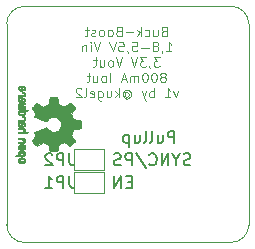
<source format=gbr>
G04 #@! TF.FileFunction,Legend,Bot*
%FSLAX46Y46*%
G04 Gerber Fmt 4.6, Leading zero omitted, Abs format (unit mm)*
G04 Created by KiCad (PCBNEW 4.0.5) date Sunday, 09. April 2017 'u32' 16:32:30*
%MOMM*%
%LPD*%
G01*
G04 APERTURE LIST*
%ADD10C,0.100000*%
%ADD11C,0.150000*%
%ADD12C,0.120000*%
%ADD13C,0.010000*%
G04 APERTURE END LIST*
D10*
X136500000Y-80500000D02*
G75*
G03X135000000Y-79000000I-1500000J0D01*
G01*
X135000000Y-99000000D02*
G75*
G03X136500000Y-97500000I0J1500000D01*
G01*
X116000000Y-97500000D02*
G75*
G03X117500000Y-99000000I1500000J0D01*
G01*
X117500000Y-79000000D02*
G75*
G03X116000000Y-80500000I0J-1500000D01*
G01*
X129302857Y-81102857D02*
X129188571Y-81140952D01*
X129150476Y-81179048D01*
X129112381Y-81255238D01*
X129112381Y-81369524D01*
X129150476Y-81445714D01*
X129188571Y-81483810D01*
X129264762Y-81521905D01*
X129569524Y-81521905D01*
X129569524Y-80721905D01*
X129302857Y-80721905D01*
X129226667Y-80760000D01*
X129188571Y-80798095D01*
X129150476Y-80874286D01*
X129150476Y-80950476D01*
X129188571Y-81026667D01*
X129226667Y-81064762D01*
X129302857Y-81102857D01*
X129569524Y-81102857D01*
X128426667Y-80988571D02*
X128426667Y-81521905D01*
X128769524Y-80988571D02*
X128769524Y-81407619D01*
X128731429Y-81483810D01*
X128655238Y-81521905D01*
X128540952Y-81521905D01*
X128464762Y-81483810D01*
X128426667Y-81445714D01*
X127702857Y-81483810D02*
X127779047Y-81521905D01*
X127931428Y-81521905D01*
X128007619Y-81483810D01*
X128045714Y-81445714D01*
X128083809Y-81369524D01*
X128083809Y-81140952D01*
X128045714Y-81064762D01*
X128007619Y-81026667D01*
X127931428Y-80988571D01*
X127779047Y-80988571D01*
X127702857Y-81026667D01*
X127360000Y-81521905D02*
X127360000Y-80721905D01*
X127283809Y-81217143D02*
X127055238Y-81521905D01*
X127055238Y-80988571D02*
X127360000Y-81293333D01*
X126712381Y-81217143D02*
X126102857Y-81217143D01*
X125455238Y-81102857D02*
X125340952Y-81140952D01*
X125302857Y-81179048D01*
X125264762Y-81255238D01*
X125264762Y-81369524D01*
X125302857Y-81445714D01*
X125340952Y-81483810D01*
X125417143Y-81521905D01*
X125721905Y-81521905D01*
X125721905Y-80721905D01*
X125455238Y-80721905D01*
X125379048Y-80760000D01*
X125340952Y-80798095D01*
X125302857Y-80874286D01*
X125302857Y-80950476D01*
X125340952Y-81026667D01*
X125379048Y-81064762D01*
X125455238Y-81102857D01*
X125721905Y-81102857D01*
X124807619Y-81521905D02*
X124883810Y-81483810D01*
X124921905Y-81445714D01*
X124960000Y-81369524D01*
X124960000Y-81140952D01*
X124921905Y-81064762D01*
X124883810Y-81026667D01*
X124807619Y-80988571D01*
X124693333Y-80988571D01*
X124617143Y-81026667D01*
X124579048Y-81064762D01*
X124540952Y-81140952D01*
X124540952Y-81369524D01*
X124579048Y-81445714D01*
X124617143Y-81483810D01*
X124693333Y-81521905D01*
X124807619Y-81521905D01*
X124083809Y-81521905D02*
X124160000Y-81483810D01*
X124198095Y-81445714D01*
X124236190Y-81369524D01*
X124236190Y-81140952D01*
X124198095Y-81064762D01*
X124160000Y-81026667D01*
X124083809Y-80988571D01*
X123969523Y-80988571D01*
X123893333Y-81026667D01*
X123855238Y-81064762D01*
X123817142Y-81140952D01*
X123817142Y-81369524D01*
X123855238Y-81445714D01*
X123893333Y-81483810D01*
X123969523Y-81521905D01*
X124083809Y-81521905D01*
X123512380Y-81483810D02*
X123436190Y-81521905D01*
X123283809Y-81521905D01*
X123207618Y-81483810D01*
X123169523Y-81407619D01*
X123169523Y-81369524D01*
X123207618Y-81293333D01*
X123283809Y-81255238D01*
X123398094Y-81255238D01*
X123474285Y-81217143D01*
X123512380Y-81140952D01*
X123512380Y-81102857D01*
X123474285Y-81026667D01*
X123398094Y-80988571D01*
X123283809Y-80988571D01*
X123207618Y-81026667D01*
X122940952Y-80988571D02*
X122636190Y-80988571D01*
X122826666Y-80721905D02*
X122826666Y-81407619D01*
X122788571Y-81483810D01*
X122712380Y-81521905D01*
X122636190Y-81521905D01*
X129493333Y-82821905D02*
X129950476Y-82821905D01*
X129721905Y-82821905D02*
X129721905Y-82021905D01*
X129798095Y-82136190D01*
X129874286Y-82212381D01*
X129950476Y-82250476D01*
X129112381Y-82783810D02*
X129112381Y-82821905D01*
X129150476Y-82898095D01*
X129188571Y-82936190D01*
X128655238Y-82364762D02*
X128731429Y-82326667D01*
X128769524Y-82288571D01*
X128807619Y-82212381D01*
X128807619Y-82174286D01*
X128769524Y-82098095D01*
X128731429Y-82060000D01*
X128655238Y-82021905D01*
X128502857Y-82021905D01*
X128426667Y-82060000D01*
X128388571Y-82098095D01*
X128350476Y-82174286D01*
X128350476Y-82212381D01*
X128388571Y-82288571D01*
X128426667Y-82326667D01*
X128502857Y-82364762D01*
X128655238Y-82364762D01*
X128731429Y-82402857D01*
X128769524Y-82440952D01*
X128807619Y-82517143D01*
X128807619Y-82669524D01*
X128769524Y-82745714D01*
X128731429Y-82783810D01*
X128655238Y-82821905D01*
X128502857Y-82821905D01*
X128426667Y-82783810D01*
X128388571Y-82745714D01*
X128350476Y-82669524D01*
X128350476Y-82517143D01*
X128388571Y-82440952D01*
X128426667Y-82402857D01*
X128502857Y-82364762D01*
X128007619Y-82517143D02*
X127398095Y-82517143D01*
X126636190Y-82021905D02*
X127017143Y-82021905D01*
X127055238Y-82402857D01*
X127017143Y-82364762D01*
X126940952Y-82326667D01*
X126750476Y-82326667D01*
X126674286Y-82364762D01*
X126636190Y-82402857D01*
X126598095Y-82479048D01*
X126598095Y-82669524D01*
X126636190Y-82745714D01*
X126674286Y-82783810D01*
X126750476Y-82821905D01*
X126940952Y-82821905D01*
X127017143Y-82783810D01*
X127055238Y-82745714D01*
X126217143Y-82783810D02*
X126217143Y-82821905D01*
X126255238Y-82898095D01*
X126293333Y-82936190D01*
X125493333Y-82021905D02*
X125874286Y-82021905D01*
X125912381Y-82402857D01*
X125874286Y-82364762D01*
X125798095Y-82326667D01*
X125607619Y-82326667D01*
X125531429Y-82364762D01*
X125493333Y-82402857D01*
X125455238Y-82479048D01*
X125455238Y-82669524D01*
X125493333Y-82745714D01*
X125531429Y-82783810D01*
X125607619Y-82821905D01*
X125798095Y-82821905D01*
X125874286Y-82783810D01*
X125912381Y-82745714D01*
X125226667Y-82021905D02*
X124960000Y-82821905D01*
X124693333Y-82021905D01*
X123931429Y-82021905D02*
X123664762Y-82821905D01*
X123398095Y-82021905D01*
X123131429Y-82821905D02*
X123131429Y-82288571D01*
X123131429Y-82021905D02*
X123169524Y-82060000D01*
X123131429Y-82098095D01*
X123093334Y-82060000D01*
X123131429Y-82021905D01*
X123131429Y-82098095D01*
X122750477Y-82288571D02*
X122750477Y-82821905D01*
X122750477Y-82364762D02*
X122712382Y-82326667D01*
X122636191Y-82288571D01*
X122521905Y-82288571D01*
X122445715Y-82326667D01*
X122407620Y-82402857D01*
X122407620Y-82821905D01*
X128940952Y-83321905D02*
X128445714Y-83321905D01*
X128712381Y-83626667D01*
X128598095Y-83626667D01*
X128521905Y-83664762D01*
X128483809Y-83702857D01*
X128445714Y-83779048D01*
X128445714Y-83969524D01*
X128483809Y-84045714D01*
X128521905Y-84083810D01*
X128598095Y-84121905D01*
X128826667Y-84121905D01*
X128902857Y-84083810D01*
X128940952Y-84045714D01*
X128064762Y-84083810D02*
X128064762Y-84121905D01*
X128102857Y-84198095D01*
X128140952Y-84236190D01*
X127798095Y-83321905D02*
X127302857Y-83321905D01*
X127569524Y-83626667D01*
X127455238Y-83626667D01*
X127379048Y-83664762D01*
X127340952Y-83702857D01*
X127302857Y-83779048D01*
X127302857Y-83969524D01*
X127340952Y-84045714D01*
X127379048Y-84083810D01*
X127455238Y-84121905D01*
X127683810Y-84121905D01*
X127760000Y-84083810D01*
X127798095Y-84045714D01*
X127074286Y-83321905D02*
X126807619Y-84121905D01*
X126540952Y-83321905D01*
X125779048Y-83321905D02*
X125512381Y-84121905D01*
X125245714Y-83321905D01*
X124864762Y-84121905D02*
X124940953Y-84083810D01*
X124979048Y-84045714D01*
X125017143Y-83969524D01*
X125017143Y-83740952D01*
X124979048Y-83664762D01*
X124940953Y-83626667D01*
X124864762Y-83588571D01*
X124750476Y-83588571D01*
X124674286Y-83626667D01*
X124636191Y-83664762D01*
X124598095Y-83740952D01*
X124598095Y-83969524D01*
X124636191Y-84045714D01*
X124674286Y-84083810D01*
X124750476Y-84121905D01*
X124864762Y-84121905D01*
X123912381Y-83588571D02*
X123912381Y-84121905D01*
X124255238Y-83588571D02*
X124255238Y-84007619D01*
X124217143Y-84083810D01*
X124140952Y-84121905D01*
X124026666Y-84121905D01*
X123950476Y-84083810D01*
X123912381Y-84045714D01*
X123645714Y-83588571D02*
X123340952Y-83588571D01*
X123531428Y-83321905D02*
X123531428Y-84007619D01*
X123493333Y-84083810D01*
X123417142Y-84121905D01*
X123340952Y-84121905D01*
X129321905Y-84964762D02*
X129398096Y-84926667D01*
X129436191Y-84888571D01*
X129474286Y-84812381D01*
X129474286Y-84774286D01*
X129436191Y-84698095D01*
X129398096Y-84660000D01*
X129321905Y-84621905D01*
X129169524Y-84621905D01*
X129093334Y-84660000D01*
X129055238Y-84698095D01*
X129017143Y-84774286D01*
X129017143Y-84812381D01*
X129055238Y-84888571D01*
X129093334Y-84926667D01*
X129169524Y-84964762D01*
X129321905Y-84964762D01*
X129398096Y-85002857D01*
X129436191Y-85040952D01*
X129474286Y-85117143D01*
X129474286Y-85269524D01*
X129436191Y-85345714D01*
X129398096Y-85383810D01*
X129321905Y-85421905D01*
X129169524Y-85421905D01*
X129093334Y-85383810D01*
X129055238Y-85345714D01*
X129017143Y-85269524D01*
X129017143Y-85117143D01*
X129055238Y-85040952D01*
X129093334Y-85002857D01*
X129169524Y-84964762D01*
X128521905Y-84621905D02*
X128445714Y-84621905D01*
X128369524Y-84660000D01*
X128331429Y-84698095D01*
X128293333Y-84774286D01*
X128255238Y-84926667D01*
X128255238Y-85117143D01*
X128293333Y-85269524D01*
X128331429Y-85345714D01*
X128369524Y-85383810D01*
X128445714Y-85421905D01*
X128521905Y-85421905D01*
X128598095Y-85383810D01*
X128636191Y-85345714D01*
X128674286Y-85269524D01*
X128712381Y-85117143D01*
X128712381Y-84926667D01*
X128674286Y-84774286D01*
X128636191Y-84698095D01*
X128598095Y-84660000D01*
X128521905Y-84621905D01*
X127760000Y-84621905D02*
X127683809Y-84621905D01*
X127607619Y-84660000D01*
X127569524Y-84698095D01*
X127531428Y-84774286D01*
X127493333Y-84926667D01*
X127493333Y-85117143D01*
X127531428Y-85269524D01*
X127569524Y-85345714D01*
X127607619Y-85383810D01*
X127683809Y-85421905D01*
X127760000Y-85421905D01*
X127836190Y-85383810D01*
X127874286Y-85345714D01*
X127912381Y-85269524D01*
X127950476Y-85117143D01*
X127950476Y-84926667D01*
X127912381Y-84774286D01*
X127874286Y-84698095D01*
X127836190Y-84660000D01*
X127760000Y-84621905D01*
X127150476Y-85421905D02*
X127150476Y-84888571D01*
X127150476Y-84964762D02*
X127112381Y-84926667D01*
X127036190Y-84888571D01*
X126921904Y-84888571D01*
X126845714Y-84926667D01*
X126807619Y-85002857D01*
X126807619Y-85421905D01*
X126807619Y-85002857D02*
X126769523Y-84926667D01*
X126693333Y-84888571D01*
X126579047Y-84888571D01*
X126502857Y-84926667D01*
X126464762Y-85002857D01*
X126464762Y-85421905D01*
X126121904Y-85193333D02*
X125740952Y-85193333D01*
X126198095Y-85421905D02*
X125931428Y-84621905D01*
X125664761Y-85421905D01*
X124788571Y-85421905D02*
X124788571Y-84621905D01*
X124293333Y-85421905D02*
X124369524Y-85383810D01*
X124407619Y-85345714D01*
X124445714Y-85269524D01*
X124445714Y-85040952D01*
X124407619Y-84964762D01*
X124369524Y-84926667D01*
X124293333Y-84888571D01*
X124179047Y-84888571D01*
X124102857Y-84926667D01*
X124064762Y-84964762D01*
X124026666Y-85040952D01*
X124026666Y-85269524D01*
X124064762Y-85345714D01*
X124102857Y-85383810D01*
X124179047Y-85421905D01*
X124293333Y-85421905D01*
X123340952Y-84888571D02*
X123340952Y-85421905D01*
X123683809Y-84888571D02*
X123683809Y-85307619D01*
X123645714Y-85383810D01*
X123569523Y-85421905D01*
X123455237Y-85421905D01*
X123379047Y-85383810D01*
X123340952Y-85345714D01*
X123074285Y-84888571D02*
X122769523Y-84888571D01*
X122959999Y-84621905D02*
X122959999Y-85307619D01*
X122921904Y-85383810D01*
X122845713Y-85421905D01*
X122769523Y-85421905D01*
X130502858Y-86188571D02*
X130312382Y-86721905D01*
X130121906Y-86188571D01*
X129398096Y-86721905D02*
X129855239Y-86721905D01*
X129626668Y-86721905D02*
X129626668Y-85921905D01*
X129702858Y-86036190D01*
X129779049Y-86112381D01*
X129855239Y-86150476D01*
X128445715Y-86721905D02*
X128445715Y-85921905D01*
X128445715Y-86226667D02*
X128369524Y-86188571D01*
X128217143Y-86188571D01*
X128140953Y-86226667D01*
X128102858Y-86264762D01*
X128064762Y-86340952D01*
X128064762Y-86569524D01*
X128102858Y-86645714D01*
X128140953Y-86683810D01*
X128217143Y-86721905D01*
X128369524Y-86721905D01*
X128445715Y-86683810D01*
X127798095Y-86188571D02*
X127607619Y-86721905D01*
X127417143Y-86188571D02*
X127607619Y-86721905D01*
X127683810Y-86912381D01*
X127721905Y-86950476D01*
X127798095Y-86988571D01*
X126007619Y-86340952D02*
X126045714Y-86302857D01*
X126121904Y-86264762D01*
X126198095Y-86264762D01*
X126274285Y-86302857D01*
X126312381Y-86340952D01*
X126350476Y-86417143D01*
X126350476Y-86493333D01*
X126312381Y-86569524D01*
X126274285Y-86607619D01*
X126198095Y-86645714D01*
X126121904Y-86645714D01*
X126045714Y-86607619D01*
X126007619Y-86569524D01*
X126007619Y-86264762D02*
X126007619Y-86569524D01*
X125969523Y-86607619D01*
X125931428Y-86607619D01*
X125855238Y-86569524D01*
X125817143Y-86493333D01*
X125817143Y-86302857D01*
X125893333Y-86188571D01*
X126007619Y-86112381D01*
X126160000Y-86074286D01*
X126312381Y-86112381D01*
X126426666Y-86188571D01*
X126502857Y-86302857D01*
X126540952Y-86455238D01*
X126502857Y-86607619D01*
X126426666Y-86721905D01*
X126312381Y-86798095D01*
X126160000Y-86836190D01*
X126007619Y-86798095D01*
X125893333Y-86721905D01*
X125474286Y-86721905D02*
X125474286Y-85921905D01*
X125398095Y-86417143D02*
X125169524Y-86721905D01*
X125169524Y-86188571D02*
X125474286Y-86493333D01*
X124483810Y-86188571D02*
X124483810Y-86721905D01*
X124826667Y-86188571D02*
X124826667Y-86607619D01*
X124788572Y-86683810D01*
X124712381Y-86721905D01*
X124598095Y-86721905D01*
X124521905Y-86683810D01*
X124483810Y-86645714D01*
X123760000Y-86188571D02*
X123760000Y-86836190D01*
X123798095Y-86912381D01*
X123836190Y-86950476D01*
X123912381Y-86988571D01*
X124026666Y-86988571D01*
X124102857Y-86950476D01*
X123760000Y-86683810D02*
X123836190Y-86721905D01*
X123988571Y-86721905D01*
X124064762Y-86683810D01*
X124102857Y-86645714D01*
X124140952Y-86569524D01*
X124140952Y-86340952D01*
X124102857Y-86264762D01*
X124064762Y-86226667D01*
X123988571Y-86188571D01*
X123836190Y-86188571D01*
X123760000Y-86226667D01*
X123074285Y-86683810D02*
X123150475Y-86721905D01*
X123302856Y-86721905D01*
X123379047Y-86683810D01*
X123417142Y-86607619D01*
X123417142Y-86302857D01*
X123379047Y-86226667D01*
X123302856Y-86188571D01*
X123150475Y-86188571D01*
X123074285Y-86226667D01*
X123036190Y-86302857D01*
X123036190Y-86379048D01*
X123417142Y-86455238D01*
X122579047Y-86721905D02*
X122655238Y-86683810D01*
X122693333Y-86607619D01*
X122693333Y-85921905D01*
X122312380Y-85998095D02*
X122274285Y-85960000D01*
X122198094Y-85921905D01*
X122007618Y-85921905D01*
X121931428Y-85960000D01*
X121893332Y-85998095D01*
X121855237Y-86074286D01*
X121855237Y-86150476D01*
X121893332Y-86264762D01*
X122350475Y-86721905D01*
X121855237Y-86721905D01*
D11*
X130207858Y-90562381D02*
X130207858Y-89562381D01*
X129826905Y-89562381D01*
X129731667Y-89610000D01*
X129684048Y-89657619D01*
X129636429Y-89752857D01*
X129636429Y-89895714D01*
X129684048Y-89990952D01*
X129731667Y-90038571D01*
X129826905Y-90086190D01*
X130207858Y-90086190D01*
X128779286Y-89895714D02*
X128779286Y-90562381D01*
X129207858Y-89895714D02*
X129207858Y-90419524D01*
X129160239Y-90514762D01*
X129065001Y-90562381D01*
X128922143Y-90562381D01*
X128826905Y-90514762D01*
X128779286Y-90467143D01*
X128160239Y-90562381D02*
X128255477Y-90514762D01*
X128303096Y-90419524D01*
X128303096Y-89562381D01*
X127636429Y-90562381D02*
X127731667Y-90514762D01*
X127779286Y-90419524D01*
X127779286Y-89562381D01*
X126826904Y-89895714D02*
X126826904Y-90562381D01*
X127255476Y-89895714D02*
X127255476Y-90419524D01*
X127207857Y-90514762D01*
X127112619Y-90562381D01*
X126969761Y-90562381D01*
X126874523Y-90514762D01*
X126826904Y-90467143D01*
X126350714Y-89895714D02*
X126350714Y-90895714D01*
X126350714Y-89943333D02*
X126255476Y-89895714D01*
X126064999Y-89895714D01*
X125969761Y-89943333D01*
X125922142Y-89990952D01*
X125874523Y-90086190D01*
X125874523Y-90371905D01*
X125922142Y-90467143D01*
X125969761Y-90514762D01*
X126064999Y-90562381D01*
X126255476Y-90562381D01*
X126350714Y-90514762D01*
X131556667Y-92419762D02*
X131413810Y-92467381D01*
X131175714Y-92467381D01*
X131080476Y-92419762D01*
X131032857Y-92372143D01*
X130985238Y-92276905D01*
X130985238Y-92181667D01*
X131032857Y-92086429D01*
X131080476Y-92038810D01*
X131175714Y-91991190D01*
X131366191Y-91943571D01*
X131461429Y-91895952D01*
X131509048Y-91848333D01*
X131556667Y-91753095D01*
X131556667Y-91657857D01*
X131509048Y-91562619D01*
X131461429Y-91515000D01*
X131366191Y-91467381D01*
X131128095Y-91467381D01*
X130985238Y-91515000D01*
X130366191Y-91991190D02*
X130366191Y-92467381D01*
X130699524Y-91467381D02*
X130366191Y-91991190D01*
X130032857Y-91467381D01*
X129699524Y-92467381D02*
X129699524Y-91467381D01*
X129128095Y-92467381D01*
X129128095Y-91467381D01*
X128080476Y-92372143D02*
X128128095Y-92419762D01*
X128270952Y-92467381D01*
X128366190Y-92467381D01*
X128509048Y-92419762D01*
X128604286Y-92324524D01*
X128651905Y-92229286D01*
X128699524Y-92038810D01*
X128699524Y-91895952D01*
X128651905Y-91705476D01*
X128604286Y-91610238D01*
X128509048Y-91515000D01*
X128366190Y-91467381D01*
X128270952Y-91467381D01*
X128128095Y-91515000D01*
X128080476Y-91562619D01*
X126937619Y-91419762D02*
X127794762Y-92705476D01*
X126604286Y-92467381D02*
X126604286Y-91467381D01*
X126223333Y-91467381D01*
X126128095Y-91515000D01*
X126080476Y-91562619D01*
X126032857Y-91657857D01*
X126032857Y-91800714D01*
X126080476Y-91895952D01*
X126128095Y-91943571D01*
X126223333Y-91991190D01*
X126604286Y-91991190D01*
X125651905Y-92419762D02*
X125509048Y-92467381D01*
X125270952Y-92467381D01*
X125175714Y-92419762D01*
X125128095Y-92372143D01*
X125080476Y-92276905D01*
X125080476Y-92181667D01*
X125128095Y-92086429D01*
X125175714Y-92038810D01*
X125270952Y-91991190D01*
X125461429Y-91943571D01*
X125556667Y-91895952D01*
X125604286Y-91848333D01*
X125651905Y-91753095D01*
X125651905Y-91657857D01*
X125604286Y-91562619D01*
X125556667Y-91515000D01*
X125461429Y-91467381D01*
X125223333Y-91467381D01*
X125080476Y-91515000D01*
X126604286Y-93848571D02*
X126270952Y-93848571D01*
X126128095Y-94372381D02*
X126604286Y-94372381D01*
X126604286Y-93372381D01*
X126128095Y-93372381D01*
X125699524Y-94372381D02*
X125699524Y-93372381D01*
X125128095Y-94372381D01*
X125128095Y-93372381D01*
D10*
X116000000Y-80500000D02*
X116000000Y-97500000D01*
X135000000Y-79000000D02*
X117500000Y-79000000D01*
X136500000Y-97500000D02*
X136500000Y-80500000D01*
X117500000Y-99000000D02*
X135000000Y-99000000D01*
D12*
X121710000Y-93030000D02*
X124250000Y-93030000D01*
X124250000Y-94810000D02*
X121710000Y-94810000D01*
X124250000Y-94810000D02*
X124250000Y-93030000D01*
X121710000Y-93030000D02*
X121710000Y-94810000D01*
X121715000Y-91125000D02*
X124255000Y-91125000D01*
X124255000Y-92905000D02*
X121715000Y-92905000D01*
X124255000Y-92905000D02*
X124255000Y-91125000D01*
X121715000Y-91125000D02*
X121715000Y-92905000D01*
D13*
G36*
X117580082Y-91400256D02*
X117552432Y-91344799D01*
X117501520Y-91295852D01*
X117482662Y-91282371D01*
X117457985Y-91267686D01*
X117431184Y-91258158D01*
X117395413Y-91252707D01*
X117343831Y-91250253D01*
X117275733Y-91249714D01*
X117182412Y-91252148D01*
X117112343Y-91260606D01*
X117060069Y-91276826D01*
X117020131Y-91302546D01*
X116987071Y-91339503D01*
X116985114Y-91342218D01*
X116965092Y-91378640D01*
X116955185Y-91422498D01*
X116952743Y-91478276D01*
X116952743Y-91568952D01*
X116864717Y-91568990D01*
X116815692Y-91569834D01*
X116786935Y-91574976D01*
X116769689Y-91588413D01*
X116755192Y-91614142D01*
X116752231Y-91620321D01*
X116738352Y-91649236D01*
X116729586Y-91671624D01*
X116728829Y-91688271D01*
X116738977Y-91699964D01*
X116762927Y-91707490D01*
X116803574Y-91711634D01*
X116863814Y-91713185D01*
X116946545Y-91712929D01*
X117054661Y-91711651D01*
X117087000Y-91711252D01*
X117198476Y-91709815D01*
X117271397Y-91708528D01*
X117271397Y-91569029D01*
X117209501Y-91568245D01*
X117169003Y-91564760D01*
X117142292Y-91556876D01*
X117121756Y-91542895D01*
X117111740Y-91533403D01*
X117082433Y-91494596D01*
X117080048Y-91460237D01*
X117104250Y-91424784D01*
X117105143Y-91423886D01*
X117123847Y-91409461D01*
X117149268Y-91400687D01*
X117188416Y-91396261D01*
X117248303Y-91394882D01*
X117261570Y-91394857D01*
X117344099Y-91398188D01*
X117401309Y-91409031D01*
X117436234Y-91428660D01*
X117451906Y-91458350D01*
X117453486Y-91475509D01*
X117446074Y-91516234D01*
X117421670Y-91544168D01*
X117377020Y-91560983D01*
X117308870Y-91568350D01*
X117271397Y-91569029D01*
X117271397Y-91708528D01*
X117284755Y-91708292D01*
X117349667Y-91706323D01*
X117397042Y-91703550D01*
X117430710Y-91699612D01*
X117454502Y-91694151D01*
X117472247Y-91686808D01*
X117487776Y-91677223D01*
X117493619Y-91673113D01*
X117548815Y-91618595D01*
X117580110Y-91549664D01*
X117588835Y-91469928D01*
X117580082Y-91400256D01*
X117580082Y-91400256D01*
G37*
X117580082Y-91400256D02*
X117552432Y-91344799D01*
X117501520Y-91295852D01*
X117482662Y-91282371D01*
X117457985Y-91267686D01*
X117431184Y-91258158D01*
X117395413Y-91252707D01*
X117343831Y-91250253D01*
X117275733Y-91249714D01*
X117182412Y-91252148D01*
X117112343Y-91260606D01*
X117060069Y-91276826D01*
X117020131Y-91302546D01*
X116987071Y-91339503D01*
X116985114Y-91342218D01*
X116965092Y-91378640D01*
X116955185Y-91422498D01*
X116952743Y-91478276D01*
X116952743Y-91568952D01*
X116864717Y-91568990D01*
X116815692Y-91569834D01*
X116786935Y-91574976D01*
X116769689Y-91588413D01*
X116755192Y-91614142D01*
X116752231Y-91620321D01*
X116738352Y-91649236D01*
X116729586Y-91671624D01*
X116728829Y-91688271D01*
X116738977Y-91699964D01*
X116762927Y-91707490D01*
X116803574Y-91711634D01*
X116863814Y-91713185D01*
X116946545Y-91712929D01*
X117054661Y-91711651D01*
X117087000Y-91711252D01*
X117198476Y-91709815D01*
X117271397Y-91708528D01*
X117271397Y-91569029D01*
X117209501Y-91568245D01*
X117169003Y-91564760D01*
X117142292Y-91556876D01*
X117121756Y-91542895D01*
X117111740Y-91533403D01*
X117082433Y-91494596D01*
X117080048Y-91460237D01*
X117104250Y-91424784D01*
X117105143Y-91423886D01*
X117123847Y-91409461D01*
X117149268Y-91400687D01*
X117188416Y-91396261D01*
X117248303Y-91394882D01*
X117261570Y-91394857D01*
X117344099Y-91398188D01*
X117401309Y-91409031D01*
X117436234Y-91428660D01*
X117451906Y-91458350D01*
X117453486Y-91475509D01*
X117446074Y-91516234D01*
X117421670Y-91544168D01*
X117377020Y-91560983D01*
X117308870Y-91568350D01*
X117271397Y-91569029D01*
X117271397Y-91708528D01*
X117284755Y-91708292D01*
X117349667Y-91706323D01*
X117397042Y-91703550D01*
X117430710Y-91699612D01*
X117454502Y-91694151D01*
X117472247Y-91686808D01*
X117487776Y-91677223D01*
X117493619Y-91673113D01*
X117548815Y-91618595D01*
X117580110Y-91549664D01*
X117588835Y-91469928D01*
X117580082Y-91400256D01*
G36*
X117572220Y-90283907D02*
X117545277Y-90237328D01*
X117518534Y-90204943D01*
X117490516Y-90181258D01*
X117456252Y-90164941D01*
X117410773Y-90154661D01*
X117349108Y-90149086D01*
X117266289Y-90146884D01*
X117206754Y-90146629D01*
X116987609Y-90146629D01*
X116959956Y-90208314D01*
X116932303Y-90270000D01*
X117172330Y-90277257D01*
X117261972Y-90280256D01*
X117327038Y-90283402D01*
X117371974Y-90287299D01*
X117401230Y-90292553D01*
X117419252Y-90299769D01*
X117430489Y-90309550D01*
X117432921Y-90312688D01*
X117451917Y-90360239D01*
X117444400Y-90408303D01*
X117424457Y-90436914D01*
X117410325Y-90448553D01*
X117391780Y-90456609D01*
X117363666Y-90461729D01*
X117320827Y-90464559D01*
X117258105Y-90465744D01*
X117192739Y-90465943D01*
X117110732Y-90465982D01*
X117052684Y-90467386D01*
X117013535Y-90472086D01*
X116988220Y-90482013D01*
X116971677Y-90499097D01*
X116958844Y-90525268D01*
X116945509Y-90560225D01*
X116930993Y-90598404D01*
X117188611Y-90593859D01*
X117281481Y-90592029D01*
X117350111Y-90589888D01*
X117399289Y-90586819D01*
X117433802Y-90582206D01*
X117458438Y-90575432D01*
X117477984Y-90565881D01*
X117495230Y-90554366D01*
X117550320Y-90498810D01*
X117582178Y-90431020D01*
X117589809Y-90357287D01*
X117572220Y-90283907D01*
X117572220Y-90283907D01*
G37*
X117572220Y-90283907D02*
X117545277Y-90237328D01*
X117518534Y-90204943D01*
X117490516Y-90181258D01*
X117456252Y-90164941D01*
X117410773Y-90154661D01*
X117349108Y-90149086D01*
X117266289Y-90146884D01*
X117206754Y-90146629D01*
X116987609Y-90146629D01*
X116959956Y-90208314D01*
X116932303Y-90270000D01*
X117172330Y-90277257D01*
X117261972Y-90280256D01*
X117327038Y-90283402D01*
X117371974Y-90287299D01*
X117401230Y-90292553D01*
X117419252Y-90299769D01*
X117430489Y-90309550D01*
X117432921Y-90312688D01*
X117451917Y-90360239D01*
X117444400Y-90408303D01*
X117424457Y-90436914D01*
X117410325Y-90448553D01*
X117391780Y-90456609D01*
X117363666Y-90461729D01*
X117320827Y-90464559D01*
X117258105Y-90465744D01*
X117192739Y-90465943D01*
X117110732Y-90465982D01*
X117052684Y-90467386D01*
X117013535Y-90472086D01*
X116988220Y-90482013D01*
X116971677Y-90499097D01*
X116958844Y-90525268D01*
X116945509Y-90560225D01*
X116930993Y-90598404D01*
X117188611Y-90593859D01*
X117281481Y-90592029D01*
X117350111Y-90589888D01*
X117399289Y-90586819D01*
X117433802Y-90582206D01*
X117458438Y-90575432D01*
X117477984Y-90565881D01*
X117495230Y-90554366D01*
X117550320Y-90498810D01*
X117582178Y-90431020D01*
X117589809Y-90357287D01*
X117572220Y-90283907D01*
G36*
X117578038Y-91958885D02*
X117542267Y-91890855D01*
X117484699Y-91840649D01*
X117447688Y-91822815D01*
X117392118Y-91808937D01*
X117321904Y-91801833D01*
X117245273Y-91801160D01*
X117170448Y-91806573D01*
X117105658Y-91817730D01*
X117059127Y-91834286D01*
X117051113Y-91839374D01*
X116991293Y-91899645D01*
X116955465Y-91971231D01*
X116944980Y-92048908D01*
X116961190Y-92127452D01*
X116970908Y-92149311D01*
X117000857Y-92191878D01*
X117040567Y-92229237D01*
X117045603Y-92232768D01*
X117069876Y-92247119D01*
X117095822Y-92256606D01*
X117129978Y-92262210D01*
X117178881Y-92264914D01*
X117249065Y-92265701D01*
X117264800Y-92265714D01*
X117269808Y-92265678D01*
X117269808Y-92120571D01*
X117203570Y-92119727D01*
X117159614Y-92116404D01*
X117131221Y-92109417D01*
X117111675Y-92097584D01*
X117105143Y-92091543D01*
X117080320Y-92056814D01*
X117081452Y-92023097D01*
X117102984Y-91989005D01*
X117125971Y-91968671D01*
X117159522Y-91956629D01*
X117212431Y-91949866D01*
X117218601Y-91949402D01*
X117314487Y-91948248D01*
X117385701Y-91960312D01*
X117431806Y-91985430D01*
X117452365Y-92023440D01*
X117453486Y-92037008D01*
X117447848Y-92072636D01*
X117428314Y-92097006D01*
X117390958Y-92111907D01*
X117331850Y-92119125D01*
X117269808Y-92120571D01*
X117269808Y-92265678D01*
X117339587Y-92265174D01*
X117391841Y-92262904D01*
X117428051Y-92257932D01*
X117454701Y-92249287D01*
X117478278Y-92235995D01*
X117482662Y-92233057D01*
X117541751Y-92183687D01*
X117576053Y-92129891D01*
X117589669Y-92064398D01*
X117590335Y-92042158D01*
X117578038Y-91958885D01*
X117578038Y-91958885D01*
G37*
X117578038Y-91958885D02*
X117542267Y-91890855D01*
X117484699Y-91840649D01*
X117447688Y-91822815D01*
X117392118Y-91808937D01*
X117321904Y-91801833D01*
X117245273Y-91801160D01*
X117170448Y-91806573D01*
X117105658Y-91817730D01*
X117059127Y-91834286D01*
X117051113Y-91839374D01*
X116991293Y-91899645D01*
X116955465Y-91971231D01*
X116944980Y-92048908D01*
X116961190Y-92127452D01*
X116970908Y-92149311D01*
X117000857Y-92191878D01*
X117040567Y-92229237D01*
X117045603Y-92232768D01*
X117069876Y-92247119D01*
X117095822Y-92256606D01*
X117129978Y-92262210D01*
X117178881Y-92264914D01*
X117249065Y-92265701D01*
X117264800Y-92265714D01*
X117269808Y-92265678D01*
X117269808Y-92120571D01*
X117203570Y-92119727D01*
X117159614Y-92116404D01*
X117131221Y-92109417D01*
X117111675Y-92097584D01*
X117105143Y-92091543D01*
X117080320Y-92056814D01*
X117081452Y-92023097D01*
X117102984Y-91989005D01*
X117125971Y-91968671D01*
X117159522Y-91956629D01*
X117212431Y-91949866D01*
X117218601Y-91949402D01*
X117314487Y-91948248D01*
X117385701Y-91960312D01*
X117431806Y-91985430D01*
X117452365Y-92023440D01*
X117453486Y-92037008D01*
X117447848Y-92072636D01*
X117428314Y-92097006D01*
X117390958Y-92111907D01*
X117331850Y-92119125D01*
X117269808Y-92120571D01*
X117269808Y-92265678D01*
X117339587Y-92265174D01*
X117391841Y-92262904D01*
X117428051Y-92257932D01*
X117454701Y-92249287D01*
X117478278Y-92235995D01*
X117482662Y-92233057D01*
X117541751Y-92183687D01*
X117576053Y-92129891D01*
X117589669Y-92064398D01*
X117590335Y-92042158D01*
X117578038Y-91958885D01*
G36*
X117568761Y-90831697D02*
X117530265Y-90774473D01*
X117474665Y-90730251D01*
X117403914Y-90703833D01*
X117351838Y-90698490D01*
X117330107Y-90699097D01*
X117313469Y-90704178D01*
X117298563Y-90718145D01*
X117282027Y-90745411D01*
X117260502Y-90790388D01*
X117230626Y-90857489D01*
X117230476Y-90857829D01*
X117202187Y-90919593D01*
X117177067Y-90970241D01*
X117157821Y-91004596D01*
X117147152Y-91017482D01*
X117147066Y-91017486D01*
X117123834Y-91006128D01*
X117098226Y-90979569D01*
X117079779Y-90949077D01*
X117076114Y-90933630D01*
X117088788Y-90891485D01*
X117120529Y-90855192D01*
X117155428Y-90837483D01*
X117181155Y-90820448D01*
X117210454Y-90787078D01*
X117235765Y-90747851D01*
X117249529Y-90713244D01*
X117250286Y-90706007D01*
X117237840Y-90697861D01*
X117206028Y-90697370D01*
X117163134Y-90703357D01*
X117117442Y-90714643D01*
X117077239Y-90730050D01*
X117075678Y-90730829D01*
X117010938Y-90777196D01*
X116966903Y-90837289D01*
X116945289Y-90905535D01*
X116947815Y-90976362D01*
X116976196Y-91044196D01*
X116978192Y-91047212D01*
X117026552Y-91100573D01*
X117089648Y-91135660D01*
X117172613Y-91155078D01*
X117195922Y-91157684D01*
X117305945Y-91162299D01*
X117357252Y-91156767D01*
X117357252Y-91017486D01*
X117325247Y-91015676D01*
X117315907Y-91005778D01*
X117322895Y-90981102D01*
X117339413Y-90942205D01*
X117360119Y-90898725D01*
X117360667Y-90897644D01*
X117380051Y-90860791D01*
X117392987Y-90846000D01*
X117406549Y-90849647D01*
X117424368Y-90865005D01*
X117450155Y-90904077D01*
X117452050Y-90946154D01*
X117433283Y-90983897D01*
X117397085Y-91009966D01*
X117357252Y-91017486D01*
X117357252Y-91156767D01*
X117393973Y-91152806D01*
X117463788Y-91128450D01*
X117512698Y-91094544D01*
X117562122Y-91033347D01*
X117586641Y-90965937D01*
X117588203Y-90897120D01*
X117568761Y-90831697D01*
X117568761Y-90831697D01*
G37*
X117568761Y-90831697D02*
X117530265Y-90774473D01*
X117474665Y-90730251D01*
X117403914Y-90703833D01*
X117351838Y-90698490D01*
X117330107Y-90699097D01*
X117313469Y-90704178D01*
X117298563Y-90718145D01*
X117282027Y-90745411D01*
X117260502Y-90790388D01*
X117230626Y-90857489D01*
X117230476Y-90857829D01*
X117202187Y-90919593D01*
X117177067Y-90970241D01*
X117157821Y-91004596D01*
X117147152Y-91017482D01*
X117147066Y-91017486D01*
X117123834Y-91006128D01*
X117098226Y-90979569D01*
X117079779Y-90949077D01*
X117076114Y-90933630D01*
X117088788Y-90891485D01*
X117120529Y-90855192D01*
X117155428Y-90837483D01*
X117181155Y-90820448D01*
X117210454Y-90787078D01*
X117235765Y-90747851D01*
X117249529Y-90713244D01*
X117250286Y-90706007D01*
X117237840Y-90697861D01*
X117206028Y-90697370D01*
X117163134Y-90703357D01*
X117117442Y-90714643D01*
X117077239Y-90730050D01*
X117075678Y-90730829D01*
X117010938Y-90777196D01*
X116966903Y-90837289D01*
X116945289Y-90905535D01*
X116947815Y-90976362D01*
X116976196Y-91044196D01*
X116978192Y-91047212D01*
X117026552Y-91100573D01*
X117089648Y-91135660D01*
X117172613Y-91155078D01*
X117195922Y-91157684D01*
X117305945Y-91162299D01*
X117357252Y-91156767D01*
X117357252Y-91017486D01*
X117325247Y-91015676D01*
X117315907Y-91005778D01*
X117322895Y-90981102D01*
X117339413Y-90942205D01*
X117360119Y-90898725D01*
X117360667Y-90897644D01*
X117380051Y-90860791D01*
X117392987Y-90846000D01*
X117406549Y-90849647D01*
X117424368Y-90865005D01*
X117450155Y-90904077D01*
X117452050Y-90946154D01*
X117433283Y-90983897D01*
X117397085Y-91009966D01*
X117357252Y-91017486D01*
X117357252Y-91156767D01*
X117393973Y-91152806D01*
X117463788Y-91128450D01*
X117512698Y-91094544D01*
X117562122Y-91033347D01*
X117586641Y-90965937D01*
X117588203Y-90897120D01*
X117568761Y-90831697D01*
G36*
X117648711Y-89624114D02*
X117589387Y-89619861D01*
X117554428Y-89614975D01*
X117539180Y-89608205D01*
X117538985Y-89598298D01*
X117540805Y-89595086D01*
X117553985Y-89552356D01*
X117553215Y-89496773D01*
X117539667Y-89440263D01*
X117522139Y-89404918D01*
X117494139Y-89368679D01*
X117462451Y-89342187D01*
X117422187Y-89324001D01*
X117368457Y-89312678D01*
X117296374Y-89306778D01*
X117201049Y-89304857D01*
X117182763Y-89304823D01*
X116977354Y-89304800D01*
X116961420Y-89350509D01*
X116950580Y-89382973D01*
X116945532Y-89400785D01*
X116945486Y-89401309D01*
X116959172Y-89403063D01*
X116996924Y-89404556D01*
X117053776Y-89405674D01*
X117124766Y-89406303D01*
X117167927Y-89406400D01*
X117253027Y-89406602D01*
X117314019Y-89407642D01*
X117355823Y-89410169D01*
X117383358Y-89414836D01*
X117401544Y-89422293D01*
X117415302Y-89433189D01*
X117421927Y-89439993D01*
X117448625Y-89486728D01*
X117450625Y-89537728D01*
X117428045Y-89583999D01*
X117419893Y-89592556D01*
X117404564Y-89605107D01*
X117386382Y-89613812D01*
X117360091Y-89619369D01*
X117320438Y-89622474D01*
X117262168Y-89623824D01*
X117181827Y-89624114D01*
X116977354Y-89624114D01*
X116961420Y-89669823D01*
X116950580Y-89702287D01*
X116945532Y-89720099D01*
X116945486Y-89720623D01*
X116959377Y-89721963D01*
X116998561Y-89723172D01*
X117059300Y-89724199D01*
X117137859Y-89724998D01*
X117230502Y-89725519D01*
X117333491Y-89725714D01*
X117730658Y-89725714D01*
X117750556Y-89678543D01*
X117770453Y-89631371D01*
X117648711Y-89624114D01*
X117648711Y-89624114D01*
G37*
X117648711Y-89624114D02*
X117589387Y-89619861D01*
X117554428Y-89614975D01*
X117539180Y-89608205D01*
X117538985Y-89598298D01*
X117540805Y-89595086D01*
X117553985Y-89552356D01*
X117553215Y-89496773D01*
X117539667Y-89440263D01*
X117522139Y-89404918D01*
X117494139Y-89368679D01*
X117462451Y-89342187D01*
X117422187Y-89324001D01*
X117368457Y-89312678D01*
X117296374Y-89306778D01*
X117201049Y-89304857D01*
X117182763Y-89304823D01*
X116977354Y-89304800D01*
X116961420Y-89350509D01*
X116950580Y-89382973D01*
X116945532Y-89400785D01*
X116945486Y-89401309D01*
X116959172Y-89403063D01*
X116996924Y-89404556D01*
X117053776Y-89405674D01*
X117124766Y-89406303D01*
X117167927Y-89406400D01*
X117253027Y-89406602D01*
X117314019Y-89407642D01*
X117355823Y-89410169D01*
X117383358Y-89414836D01*
X117401544Y-89422293D01*
X117415302Y-89433189D01*
X117421927Y-89439993D01*
X117448625Y-89486728D01*
X117450625Y-89537728D01*
X117428045Y-89583999D01*
X117419893Y-89592556D01*
X117404564Y-89605107D01*
X117386382Y-89613812D01*
X117360091Y-89619369D01*
X117320438Y-89622474D01*
X117262168Y-89623824D01*
X117181827Y-89624114D01*
X116977354Y-89624114D01*
X116961420Y-89669823D01*
X116950580Y-89702287D01*
X116945532Y-89720099D01*
X116945486Y-89720623D01*
X116959377Y-89721963D01*
X116998561Y-89723172D01*
X117059300Y-89724199D01*
X117137859Y-89724998D01*
X117230502Y-89725519D01*
X117333491Y-89725714D01*
X117730658Y-89725714D01*
X117750556Y-89678543D01*
X117770453Y-89631371D01*
X117648711Y-89624114D01*
G36*
X117549032Y-88960256D02*
X117527913Y-88903384D01*
X117527507Y-88902733D01*
X117501620Y-88867560D01*
X117471367Y-88841593D01*
X117431942Y-88823330D01*
X117378538Y-88811268D01*
X117306349Y-88803904D01*
X117210568Y-88799736D01*
X117196922Y-88799371D01*
X116991158Y-88794124D01*
X116968322Y-88838284D01*
X116952890Y-88870237D01*
X116945577Y-88889530D01*
X116945486Y-88890422D01*
X116958978Y-88893761D01*
X116995374Y-88896413D01*
X117048548Y-88898044D01*
X117091607Y-88898400D01*
X117161359Y-88898408D01*
X117205163Y-88901597D01*
X117226056Y-88912712D01*
X117227075Y-88936499D01*
X117211259Y-88977704D01*
X117182185Y-89039914D01*
X117158037Y-89085659D01*
X117137087Y-89109187D01*
X117114253Y-89116104D01*
X117113123Y-89116114D01*
X117073788Y-89104701D01*
X117052538Y-89070908D01*
X117049461Y-89019191D01*
X117049994Y-88981939D01*
X117039265Y-88962297D01*
X117013495Y-88950048D01*
X116980663Y-88942998D01*
X116962034Y-88953158D01*
X116959368Y-88956983D01*
X116948660Y-88992999D01*
X116947144Y-89043434D01*
X116954241Y-89095374D01*
X116967212Y-89132178D01*
X117010415Y-89183062D01*
X117070554Y-89211986D01*
X117117538Y-89217714D01*
X117159918Y-89213343D01*
X117194512Y-89197525D01*
X117225237Y-89166203D01*
X117256010Y-89115322D01*
X117290748Y-89040824D01*
X117292712Y-89036286D01*
X117323713Y-88969179D01*
X117349138Y-88927768D01*
X117371986Y-88910019D01*
X117395255Y-88913893D01*
X117421944Y-88937357D01*
X117428086Y-88944373D01*
X117451900Y-88991370D01*
X117450897Y-89040067D01*
X117427549Y-89082478D01*
X117384325Y-89110616D01*
X117375840Y-89113231D01*
X117334692Y-89138692D01*
X117314872Y-89170999D01*
X117295230Y-89217714D01*
X117346050Y-89217714D01*
X117419918Y-89203504D01*
X117487673Y-89161325D01*
X117510339Y-89139376D01*
X117539431Y-89089483D01*
X117552600Y-89026033D01*
X117549032Y-88960256D01*
X117549032Y-88960256D01*
G37*
X117549032Y-88960256D02*
X117527913Y-88903384D01*
X117527507Y-88902733D01*
X117501620Y-88867560D01*
X117471367Y-88841593D01*
X117431942Y-88823330D01*
X117378538Y-88811268D01*
X117306349Y-88803904D01*
X117210568Y-88799736D01*
X117196922Y-88799371D01*
X116991158Y-88794124D01*
X116968322Y-88838284D01*
X116952890Y-88870237D01*
X116945577Y-88889530D01*
X116945486Y-88890422D01*
X116958978Y-88893761D01*
X116995374Y-88896413D01*
X117048548Y-88898044D01*
X117091607Y-88898400D01*
X117161359Y-88898408D01*
X117205163Y-88901597D01*
X117226056Y-88912712D01*
X117227075Y-88936499D01*
X117211259Y-88977704D01*
X117182185Y-89039914D01*
X117158037Y-89085659D01*
X117137087Y-89109187D01*
X117114253Y-89116104D01*
X117113123Y-89116114D01*
X117073788Y-89104701D01*
X117052538Y-89070908D01*
X117049461Y-89019191D01*
X117049994Y-88981939D01*
X117039265Y-88962297D01*
X117013495Y-88950048D01*
X116980663Y-88942998D01*
X116962034Y-88953158D01*
X116959368Y-88956983D01*
X116948660Y-88992999D01*
X116947144Y-89043434D01*
X116954241Y-89095374D01*
X116967212Y-89132178D01*
X117010415Y-89183062D01*
X117070554Y-89211986D01*
X117117538Y-89217714D01*
X117159918Y-89213343D01*
X117194512Y-89197525D01*
X117225237Y-89166203D01*
X117256010Y-89115322D01*
X117290748Y-89040824D01*
X117292712Y-89036286D01*
X117323713Y-88969179D01*
X117349138Y-88927768D01*
X117371986Y-88910019D01*
X117395255Y-88913893D01*
X117421944Y-88937357D01*
X117428086Y-88944373D01*
X117451900Y-88991370D01*
X117450897Y-89040067D01*
X117427549Y-89082478D01*
X117384325Y-89110616D01*
X117375840Y-89113231D01*
X117334692Y-89138692D01*
X117314872Y-89170999D01*
X117295230Y-89217714D01*
X117346050Y-89217714D01*
X117419918Y-89203504D01*
X117487673Y-89161325D01*
X117510339Y-89139376D01*
X117539431Y-89089483D01*
X117552600Y-89026033D01*
X117549032Y-88960256D01*
G36*
X117550245Y-88470074D02*
X117525916Y-88404142D01*
X117482883Y-88350727D01*
X117452591Y-88329836D01*
X117397006Y-88307061D01*
X117356814Y-88307534D01*
X117329783Y-88331438D01*
X117325187Y-88340283D01*
X117310856Y-88378470D01*
X117314528Y-88397972D01*
X117338593Y-88404578D01*
X117351886Y-88404914D01*
X117400790Y-88417008D01*
X117435001Y-88448529D01*
X117451524Y-88492341D01*
X117447366Y-88541305D01*
X117425773Y-88581106D01*
X117413456Y-88594550D01*
X117398513Y-88604079D01*
X117375925Y-88610515D01*
X117340672Y-88614683D01*
X117287734Y-88617403D01*
X117212093Y-88619498D01*
X117188143Y-88620040D01*
X117106210Y-88622019D01*
X117048545Y-88624269D01*
X117010392Y-88627643D01*
X116986996Y-88632994D01*
X116973602Y-88641176D01*
X116965455Y-88653041D01*
X116961856Y-88660638D01*
X116949548Y-88692898D01*
X116945486Y-88711889D01*
X116959052Y-88718164D01*
X117000066Y-88721994D01*
X117069001Y-88723400D01*
X117166331Y-88722402D01*
X117181343Y-88722092D01*
X117270141Y-88719899D01*
X117334981Y-88717307D01*
X117380933Y-88713618D01*
X117413065Y-88708136D01*
X117436447Y-88700165D01*
X117456148Y-88689007D01*
X117464590Y-88683170D01*
X117501943Y-88649704D01*
X117530997Y-88612273D01*
X117533533Y-88607691D01*
X117553557Y-88540574D01*
X117550245Y-88470074D01*
X117550245Y-88470074D01*
G37*
X117550245Y-88470074D02*
X117525916Y-88404142D01*
X117482883Y-88350727D01*
X117452591Y-88329836D01*
X117397006Y-88307061D01*
X117356814Y-88307534D01*
X117329783Y-88331438D01*
X117325187Y-88340283D01*
X117310856Y-88378470D01*
X117314528Y-88397972D01*
X117338593Y-88404578D01*
X117351886Y-88404914D01*
X117400790Y-88417008D01*
X117435001Y-88448529D01*
X117451524Y-88492341D01*
X117447366Y-88541305D01*
X117425773Y-88581106D01*
X117413456Y-88594550D01*
X117398513Y-88604079D01*
X117375925Y-88610515D01*
X117340672Y-88614683D01*
X117287734Y-88617403D01*
X117212093Y-88619498D01*
X117188143Y-88620040D01*
X117106210Y-88622019D01*
X117048545Y-88624269D01*
X117010392Y-88627643D01*
X116986996Y-88632994D01*
X116973602Y-88641176D01*
X116965455Y-88653041D01*
X116961856Y-88660638D01*
X116949548Y-88692898D01*
X116945486Y-88711889D01*
X116959052Y-88718164D01*
X117000066Y-88721994D01*
X117069001Y-88723400D01*
X117166331Y-88722402D01*
X117181343Y-88722092D01*
X117270141Y-88719899D01*
X117334981Y-88717307D01*
X117380933Y-88713618D01*
X117413065Y-88708136D01*
X117436447Y-88700165D01*
X117456148Y-88689007D01*
X117464590Y-88683170D01*
X117501943Y-88649704D01*
X117530997Y-88612273D01*
X117533533Y-88607691D01*
X117553557Y-88540574D01*
X117550245Y-88470074D01*
G36*
X117434642Y-87809883D02*
X117326163Y-87810067D01*
X117242713Y-87810781D01*
X117180296Y-87812325D01*
X117134915Y-87814999D01*
X117102571Y-87819106D01*
X117079267Y-87824945D01*
X117061005Y-87832818D01*
X117050582Y-87838779D01*
X116994055Y-87888145D01*
X116958623Y-87950736D01*
X116945910Y-88019987D01*
X116957537Y-88089332D01*
X116978432Y-88130625D01*
X117014578Y-88173975D01*
X117058724Y-88203519D01*
X117116538Y-88221345D01*
X117193687Y-88229537D01*
X117250286Y-88230698D01*
X117254353Y-88230542D01*
X117254353Y-88129143D01*
X117189450Y-88128524D01*
X117146486Y-88125686D01*
X117118378Y-88119160D01*
X117098047Y-88107477D01*
X117082712Y-88093517D01*
X117053110Y-88046635D01*
X117050581Y-87996299D01*
X117075295Y-87948724D01*
X117078644Y-87945021D01*
X117096065Y-87929217D01*
X117116791Y-87919307D01*
X117147638Y-87913942D01*
X117195423Y-87911772D01*
X117248252Y-87911429D01*
X117314619Y-87912173D01*
X117358894Y-87915252D01*
X117387991Y-87921939D01*
X117408827Y-87933504D01*
X117419893Y-87942987D01*
X117447802Y-87987040D01*
X117451157Y-88037776D01*
X117429841Y-88086204D01*
X117421927Y-88095550D01*
X117404353Y-88111460D01*
X117383413Y-88121390D01*
X117352218Y-88126722D01*
X117303878Y-88128837D01*
X117254353Y-88129143D01*
X117254353Y-88230542D01*
X117341432Y-88227190D01*
X117409914Y-88215274D01*
X117461400Y-88192865D01*
X117501557Y-88157876D01*
X117522139Y-88130625D01*
X117544375Y-88081093D01*
X117554696Y-88023684D01*
X117551933Y-87970318D01*
X117540788Y-87940457D01*
X117537617Y-87928739D01*
X117549443Y-87920963D01*
X117581134Y-87915535D01*
X117629407Y-87911429D01*
X117683171Y-87906933D01*
X117715518Y-87900687D01*
X117734015Y-87889324D01*
X117746230Y-87869472D01*
X117751638Y-87857000D01*
X117771399Y-87809829D01*
X117434642Y-87809883D01*
X117434642Y-87809883D01*
G37*
X117434642Y-87809883D02*
X117326163Y-87810067D01*
X117242713Y-87810781D01*
X117180296Y-87812325D01*
X117134915Y-87814999D01*
X117102571Y-87819106D01*
X117079267Y-87824945D01*
X117061005Y-87832818D01*
X117050582Y-87838779D01*
X116994055Y-87888145D01*
X116958623Y-87950736D01*
X116945910Y-88019987D01*
X116957537Y-88089332D01*
X116978432Y-88130625D01*
X117014578Y-88173975D01*
X117058724Y-88203519D01*
X117116538Y-88221345D01*
X117193687Y-88229537D01*
X117250286Y-88230698D01*
X117254353Y-88230542D01*
X117254353Y-88129143D01*
X117189450Y-88128524D01*
X117146486Y-88125686D01*
X117118378Y-88119160D01*
X117098047Y-88107477D01*
X117082712Y-88093517D01*
X117053110Y-88046635D01*
X117050581Y-87996299D01*
X117075295Y-87948724D01*
X117078644Y-87945021D01*
X117096065Y-87929217D01*
X117116791Y-87919307D01*
X117147638Y-87913942D01*
X117195423Y-87911772D01*
X117248252Y-87911429D01*
X117314619Y-87912173D01*
X117358894Y-87915252D01*
X117387991Y-87921939D01*
X117408827Y-87933504D01*
X117419893Y-87942987D01*
X117447802Y-87987040D01*
X117451157Y-88037776D01*
X117429841Y-88086204D01*
X117421927Y-88095550D01*
X117404353Y-88111460D01*
X117383413Y-88121390D01*
X117352218Y-88126722D01*
X117303878Y-88128837D01*
X117254353Y-88129143D01*
X117254353Y-88230542D01*
X117341432Y-88227190D01*
X117409914Y-88215274D01*
X117461400Y-88192865D01*
X117501557Y-88157876D01*
X117522139Y-88130625D01*
X117544375Y-88081093D01*
X117554696Y-88023684D01*
X117551933Y-87970318D01*
X117540788Y-87940457D01*
X117537617Y-87928739D01*
X117549443Y-87920963D01*
X117581134Y-87915535D01*
X117629407Y-87911429D01*
X117683171Y-87906933D01*
X117715518Y-87900687D01*
X117734015Y-87889324D01*
X117746230Y-87869472D01*
X117751638Y-87857000D01*
X117771399Y-87809829D01*
X117434642Y-87809883D01*
G36*
X117541337Y-87220167D02*
X117503150Y-87217952D01*
X117445114Y-87216216D01*
X117371820Y-87215101D01*
X117294945Y-87214743D01*
X117034804Y-87214743D01*
X116988873Y-87260674D01*
X116960571Y-87292325D01*
X116949107Y-87320110D01*
X116949832Y-87358085D01*
X116951679Y-87373160D01*
X116957052Y-87420274D01*
X116960131Y-87459244D01*
X116960415Y-87468743D01*
X116958555Y-87500767D01*
X116953886Y-87546568D01*
X116951679Y-87564326D01*
X116948265Y-87607943D01*
X116955680Y-87637255D01*
X116978573Y-87666320D01*
X116988873Y-87676812D01*
X117034804Y-87722743D01*
X117521398Y-87722743D01*
X117538242Y-87685774D01*
X117550718Y-87653941D01*
X117555086Y-87635317D01*
X117541282Y-87630542D01*
X117502714Y-87626079D01*
X117443644Y-87622225D01*
X117368337Y-87619278D01*
X117304714Y-87617857D01*
X117054343Y-87613886D01*
X117049444Y-87579241D01*
X117052869Y-87547732D01*
X117063959Y-87532292D01*
X117084692Y-87527977D01*
X117128855Y-87524292D01*
X117190854Y-87521531D01*
X117265091Y-87519988D01*
X117303294Y-87519765D01*
X117523217Y-87519543D01*
X117539151Y-87473834D01*
X117549985Y-87441482D01*
X117555038Y-87423885D01*
X117555086Y-87423377D01*
X117541352Y-87421612D01*
X117503270Y-87419671D01*
X117445518Y-87417718D01*
X117372773Y-87415916D01*
X117304714Y-87414657D01*
X117054343Y-87410686D01*
X117054343Y-87323600D01*
X117282760Y-87319604D01*
X117511178Y-87315608D01*
X117533132Y-87273153D01*
X117548207Y-87241808D01*
X117555049Y-87223256D01*
X117555086Y-87222721D01*
X117541337Y-87220167D01*
X117541337Y-87220167D01*
G37*
X117541337Y-87220167D02*
X117503150Y-87217952D01*
X117445114Y-87216216D01*
X117371820Y-87215101D01*
X117294945Y-87214743D01*
X117034804Y-87214743D01*
X116988873Y-87260674D01*
X116960571Y-87292325D01*
X116949107Y-87320110D01*
X116949832Y-87358085D01*
X116951679Y-87373160D01*
X116957052Y-87420274D01*
X116960131Y-87459244D01*
X116960415Y-87468743D01*
X116958555Y-87500767D01*
X116953886Y-87546568D01*
X116951679Y-87564326D01*
X116948265Y-87607943D01*
X116955680Y-87637255D01*
X116978573Y-87666320D01*
X116988873Y-87676812D01*
X117034804Y-87722743D01*
X117521398Y-87722743D01*
X117538242Y-87685774D01*
X117550718Y-87653941D01*
X117555086Y-87635317D01*
X117541282Y-87630542D01*
X117502714Y-87626079D01*
X117443644Y-87622225D01*
X117368337Y-87619278D01*
X117304714Y-87617857D01*
X117054343Y-87613886D01*
X117049444Y-87579241D01*
X117052869Y-87547732D01*
X117063959Y-87532292D01*
X117084692Y-87527977D01*
X117128855Y-87524292D01*
X117190854Y-87521531D01*
X117265091Y-87519988D01*
X117303294Y-87519765D01*
X117523217Y-87519543D01*
X117539151Y-87473834D01*
X117549985Y-87441482D01*
X117555038Y-87423885D01*
X117555086Y-87423377D01*
X117541352Y-87421612D01*
X117503270Y-87419671D01*
X117445518Y-87417718D01*
X117372773Y-87415916D01*
X117304714Y-87414657D01*
X117054343Y-87410686D01*
X117054343Y-87323600D01*
X117282760Y-87319604D01*
X117511178Y-87315608D01*
X117533132Y-87273153D01*
X117548207Y-87241808D01*
X117555049Y-87223256D01*
X117555086Y-87222721D01*
X117541337Y-87220167D01*
G36*
X117543665Y-86855124D02*
X117524656Y-86813333D01*
X117501622Y-86780531D01*
X117475867Y-86756497D01*
X117442642Y-86739903D01*
X117397200Y-86729423D01*
X117334793Y-86723729D01*
X117250673Y-86721493D01*
X117195279Y-86721257D01*
X116979174Y-86721257D01*
X116962330Y-86758226D01*
X116950019Y-86787344D01*
X116945486Y-86801769D01*
X116958975Y-86804528D01*
X116995347Y-86806718D01*
X117048458Y-86808058D01*
X117090628Y-86808343D01*
X117151553Y-86809566D01*
X117199885Y-86812864D01*
X117229482Y-86817679D01*
X117235771Y-86821504D01*
X117229348Y-86847217D01*
X117212875Y-86887582D01*
X117190542Y-86934321D01*
X117166543Y-86979155D01*
X117145070Y-87013807D01*
X117130315Y-87029998D01*
X117130155Y-87030062D01*
X117102848Y-87028670D01*
X117076781Y-87016182D01*
X117055608Y-86994257D01*
X117048526Y-86962257D01*
X117049351Y-86934908D01*
X117049958Y-86896174D01*
X117040884Y-86875842D01*
X117016908Y-86863631D01*
X117012387Y-86862091D01*
X116978194Y-86856797D01*
X116957432Y-86870953D01*
X116947538Y-86907852D01*
X116945708Y-86947711D01*
X116959273Y-87019438D01*
X116978645Y-87056568D01*
X117024155Y-87102424D01*
X117080017Y-87126744D01*
X117139043Y-87128927D01*
X117194047Y-87108371D01*
X117228514Y-87077451D01*
X117247811Y-87046580D01*
X117272241Y-86998058D01*
X117297015Y-86941515D01*
X117300801Y-86932090D01*
X117328209Y-86869981D01*
X117352366Y-86834178D01*
X117376381Y-86822663D01*
X117403365Y-86833420D01*
X117424457Y-86851886D01*
X117450428Y-86895531D01*
X117452376Y-86943554D01*
X117432363Y-86987594D01*
X117392449Y-87019291D01*
X117382152Y-87023451D01*
X117344276Y-87047673D01*
X117316158Y-87083035D01*
X117293083Y-87127657D01*
X117358515Y-87127657D01*
X117398494Y-87125031D01*
X117430003Y-87113770D01*
X117463622Y-87088801D01*
X117489516Y-87064831D01*
X117526183Y-87027559D01*
X117545879Y-86998599D01*
X117553780Y-86967495D01*
X117555086Y-86932287D01*
X117543665Y-86855124D01*
X117543665Y-86855124D01*
G37*
X117543665Y-86855124D02*
X117524656Y-86813333D01*
X117501622Y-86780531D01*
X117475867Y-86756497D01*
X117442642Y-86739903D01*
X117397200Y-86729423D01*
X117334793Y-86723729D01*
X117250673Y-86721493D01*
X117195279Y-86721257D01*
X116979174Y-86721257D01*
X116962330Y-86758226D01*
X116950019Y-86787344D01*
X116945486Y-86801769D01*
X116958975Y-86804528D01*
X116995347Y-86806718D01*
X117048458Y-86808058D01*
X117090628Y-86808343D01*
X117151553Y-86809566D01*
X117199885Y-86812864D01*
X117229482Y-86817679D01*
X117235771Y-86821504D01*
X117229348Y-86847217D01*
X117212875Y-86887582D01*
X117190542Y-86934321D01*
X117166543Y-86979155D01*
X117145070Y-87013807D01*
X117130315Y-87029998D01*
X117130155Y-87030062D01*
X117102848Y-87028670D01*
X117076781Y-87016182D01*
X117055608Y-86994257D01*
X117048526Y-86962257D01*
X117049351Y-86934908D01*
X117049958Y-86896174D01*
X117040884Y-86875842D01*
X117016908Y-86863631D01*
X117012387Y-86862091D01*
X116978194Y-86856797D01*
X116957432Y-86870953D01*
X116947538Y-86907852D01*
X116945708Y-86947711D01*
X116959273Y-87019438D01*
X116978645Y-87056568D01*
X117024155Y-87102424D01*
X117080017Y-87126744D01*
X117139043Y-87128927D01*
X117194047Y-87108371D01*
X117228514Y-87077451D01*
X117247811Y-87046580D01*
X117272241Y-86998058D01*
X117297015Y-86941515D01*
X117300801Y-86932090D01*
X117328209Y-86869981D01*
X117352366Y-86834178D01*
X117376381Y-86822663D01*
X117403365Y-86833420D01*
X117424457Y-86851886D01*
X117450428Y-86895531D01*
X117452376Y-86943554D01*
X117432363Y-86987594D01*
X117392449Y-87019291D01*
X117382152Y-87023451D01*
X117344276Y-87047673D01*
X117316158Y-87083035D01*
X117293083Y-87127657D01*
X117358515Y-87127657D01*
X117398494Y-87125031D01*
X117430003Y-87113770D01*
X117463622Y-87088801D01*
X117489516Y-87064831D01*
X117526183Y-87027559D01*
X117545879Y-86998599D01*
X117553780Y-86967495D01*
X117555086Y-86932287D01*
X117543665Y-86855124D01*
G36*
X117541248Y-86347400D02*
X117533666Y-86330052D01*
X117500872Y-86288644D01*
X117453453Y-86253235D01*
X117402849Y-86231336D01*
X117377902Y-86227771D01*
X117343073Y-86239721D01*
X117324643Y-86265933D01*
X117313484Y-86294036D01*
X117311428Y-86306905D01*
X117326351Y-86313171D01*
X117358825Y-86325544D01*
X117373498Y-86330972D01*
X117424256Y-86361410D01*
X117449573Y-86405480D01*
X117448794Y-86461990D01*
X117447797Y-86466175D01*
X117433493Y-86496345D01*
X117405607Y-86518524D01*
X117360713Y-86533673D01*
X117295385Y-86542750D01*
X117206196Y-86546714D01*
X117158739Y-86547086D01*
X117083929Y-86547270D01*
X117032931Y-86548478D01*
X117000529Y-86551691D01*
X116981505Y-86557891D01*
X116970644Y-86568060D01*
X116962728Y-86583181D01*
X116962330Y-86584054D01*
X116950019Y-86613172D01*
X116945486Y-86627597D01*
X116959191Y-86629814D01*
X116997075Y-86631711D01*
X117054285Y-86633153D01*
X117125973Y-86634002D01*
X117178435Y-86634171D01*
X117279953Y-86633308D01*
X117356968Y-86629930D01*
X117413977Y-86622858D01*
X117455474Y-86610912D01*
X117485957Y-86592910D01*
X117509920Y-86567673D01*
X117526645Y-86542753D01*
X117548903Y-86482829D01*
X117553924Y-86413089D01*
X117541248Y-86347400D01*
X117541248Y-86347400D01*
G37*
X117541248Y-86347400D02*
X117533666Y-86330052D01*
X117500872Y-86288644D01*
X117453453Y-86253235D01*
X117402849Y-86231336D01*
X117377902Y-86227771D01*
X117343073Y-86239721D01*
X117324643Y-86265933D01*
X117313484Y-86294036D01*
X117311428Y-86306905D01*
X117326351Y-86313171D01*
X117358825Y-86325544D01*
X117373498Y-86330972D01*
X117424256Y-86361410D01*
X117449573Y-86405480D01*
X117448794Y-86461990D01*
X117447797Y-86466175D01*
X117433493Y-86496345D01*
X117405607Y-86518524D01*
X117360713Y-86533673D01*
X117295385Y-86542750D01*
X117206196Y-86546714D01*
X117158739Y-86547086D01*
X117083929Y-86547270D01*
X117032931Y-86548478D01*
X117000529Y-86551691D01*
X116981505Y-86557891D01*
X116970644Y-86568060D01*
X116962728Y-86583181D01*
X116962330Y-86584054D01*
X116950019Y-86613172D01*
X116945486Y-86627597D01*
X116959191Y-86629814D01*
X116997075Y-86631711D01*
X117054285Y-86633153D01*
X117125973Y-86634002D01*
X117178435Y-86634171D01*
X117279953Y-86633308D01*
X117356968Y-86629930D01*
X117413977Y-86622858D01*
X117455474Y-86610912D01*
X117485957Y-86592910D01*
X117509920Y-86567673D01*
X117526645Y-86542753D01*
X117548903Y-86482829D01*
X117553924Y-86413089D01*
X117541248Y-86347400D01*
G36*
X117533034Y-85846405D02*
X117495503Y-85788979D01*
X117461904Y-85761281D01*
X117400936Y-85739338D01*
X117352692Y-85737595D01*
X117288184Y-85741543D01*
X117223066Y-85890314D01*
X117189798Y-85962651D01*
X117163036Y-86009916D01*
X117139856Y-86034493D01*
X117117333Y-86038763D01*
X117092545Y-86025111D01*
X117076114Y-86010057D01*
X117049765Y-85966254D01*
X117047919Y-85918611D01*
X117068454Y-85874855D01*
X117109248Y-85842711D01*
X117123653Y-85836962D01*
X117168644Y-85809424D01*
X117187818Y-85777742D01*
X117204221Y-85734286D01*
X117142034Y-85734286D01*
X117099717Y-85738128D01*
X117064031Y-85753177D01*
X117023057Y-85784720D01*
X117017733Y-85789408D01*
X116981280Y-85824494D01*
X116961717Y-85854653D01*
X116952717Y-85892385D01*
X116949770Y-85923665D01*
X116949035Y-85979615D01*
X116958340Y-86019445D01*
X116972154Y-86044292D01*
X117002533Y-86083344D01*
X117035387Y-86110375D01*
X117076706Y-86127483D01*
X117132479Y-86136762D01*
X117208695Y-86140307D01*
X117247378Y-86140590D01*
X117293753Y-86139628D01*
X117293753Y-86051993D01*
X117268874Y-86050977D01*
X117264800Y-86048444D01*
X117270335Y-86031726D01*
X117284983Y-85995751D01*
X117305810Y-85947669D01*
X117310286Y-85937614D01*
X117341186Y-85876848D01*
X117368343Y-85843368D01*
X117393780Y-85836010D01*
X117419519Y-85853609D01*
X117430891Y-85868144D01*
X117453636Y-85920590D01*
X117449878Y-85969678D01*
X117422116Y-86010773D01*
X117372848Y-86039242D01*
X117333743Y-86048369D01*
X117293753Y-86051993D01*
X117293753Y-86139628D01*
X117337751Y-86138715D01*
X117404616Y-86131804D01*
X117453305Y-86118116D01*
X117489151Y-86095904D01*
X117517487Y-86063426D01*
X117526645Y-86049267D01*
X117550493Y-85984947D01*
X117551994Y-85914527D01*
X117533034Y-85846405D01*
X117533034Y-85846405D01*
G37*
X117533034Y-85846405D02*
X117495503Y-85788979D01*
X117461904Y-85761281D01*
X117400936Y-85739338D01*
X117352692Y-85737595D01*
X117288184Y-85741543D01*
X117223066Y-85890314D01*
X117189798Y-85962651D01*
X117163036Y-86009916D01*
X117139856Y-86034493D01*
X117117333Y-86038763D01*
X117092545Y-86025111D01*
X117076114Y-86010057D01*
X117049765Y-85966254D01*
X117047919Y-85918611D01*
X117068454Y-85874855D01*
X117109248Y-85842711D01*
X117123653Y-85836962D01*
X117168644Y-85809424D01*
X117187818Y-85777742D01*
X117204221Y-85734286D01*
X117142034Y-85734286D01*
X117099717Y-85738128D01*
X117064031Y-85753177D01*
X117023057Y-85784720D01*
X117017733Y-85789408D01*
X116981280Y-85824494D01*
X116961717Y-85854653D01*
X116952717Y-85892385D01*
X116949770Y-85923665D01*
X116949035Y-85979615D01*
X116958340Y-86019445D01*
X116972154Y-86044292D01*
X117002533Y-86083344D01*
X117035387Y-86110375D01*
X117076706Y-86127483D01*
X117132479Y-86136762D01*
X117208695Y-86140307D01*
X117247378Y-86140590D01*
X117293753Y-86139628D01*
X117293753Y-86051993D01*
X117268874Y-86050977D01*
X117264800Y-86048444D01*
X117270335Y-86031726D01*
X117284983Y-85995751D01*
X117305810Y-85947669D01*
X117310286Y-85937614D01*
X117341186Y-85876848D01*
X117368343Y-85843368D01*
X117393780Y-85836010D01*
X117419519Y-85853609D01*
X117430891Y-85868144D01*
X117453636Y-85920590D01*
X117449878Y-85969678D01*
X117422116Y-86010773D01*
X117372848Y-86039242D01*
X117333743Y-86048369D01*
X117293753Y-86051993D01*
X117293753Y-86139628D01*
X117337751Y-86138715D01*
X117404616Y-86131804D01*
X117453305Y-86118116D01*
X117489151Y-86095904D01*
X117517487Y-86063426D01*
X117526645Y-86049267D01*
X117550493Y-85984947D01*
X117551994Y-85914527D01*
X117533034Y-85846405D01*
G36*
X122257652Y-88896090D02*
X122257222Y-88817546D01*
X122256058Y-88760702D01*
X122253793Y-88721895D01*
X122250060Y-88697462D01*
X122244494Y-88683738D01*
X122236727Y-88677060D01*
X122226395Y-88673764D01*
X122225057Y-88673444D01*
X122200921Y-88668438D01*
X122153299Y-88659171D01*
X122087259Y-88646608D01*
X122007872Y-88631713D01*
X121920204Y-88615449D01*
X121917125Y-88614881D01*
X121831211Y-88598590D01*
X121755304Y-88583348D01*
X121693955Y-88570139D01*
X121651718Y-88559946D01*
X121633145Y-88553752D01*
X121632816Y-88553457D01*
X121623747Y-88535212D01*
X121608633Y-88497595D01*
X121590738Y-88448729D01*
X121590642Y-88448457D01*
X121567507Y-88386907D01*
X121538035Y-88314343D01*
X121508403Y-88245943D01*
X121506938Y-88242706D01*
X121456374Y-88131298D01*
X121624840Y-87884601D01*
X121676197Y-87808923D01*
X121722111Y-87740369D01*
X121759970Y-87682912D01*
X121787163Y-87640524D01*
X121801079Y-87617175D01*
X121802111Y-87614958D01*
X121797516Y-87597990D01*
X121775345Y-87566299D01*
X121734553Y-87518648D01*
X121674095Y-87453802D01*
X121609773Y-87387603D01*
X121546388Y-87323786D01*
X121488549Y-87266671D01*
X121439825Y-87219695D01*
X121403790Y-87186297D01*
X121384016Y-87169915D01*
X121382998Y-87169306D01*
X121369428Y-87167495D01*
X121347267Y-87174317D01*
X121313522Y-87191460D01*
X121265200Y-87220607D01*
X121199308Y-87263445D01*
X121114483Y-87320552D01*
X121039823Y-87371234D01*
X120972860Y-87416539D01*
X120917484Y-87453850D01*
X120877580Y-87480548D01*
X120857038Y-87494015D01*
X120855644Y-87494863D01*
X120835962Y-87493219D01*
X120797707Y-87480755D01*
X120748111Y-87459952D01*
X120732272Y-87452538D01*
X120661710Y-87420186D01*
X120581647Y-87385672D01*
X120512371Y-87357635D01*
X120460955Y-87337432D01*
X120421881Y-87321385D01*
X120401459Y-87312112D01*
X120399886Y-87310959D01*
X120397279Y-87293904D01*
X120390137Y-87253702D01*
X120379477Y-87195698D01*
X120366315Y-87125237D01*
X120351667Y-87047665D01*
X120336551Y-86968328D01*
X120321982Y-86892569D01*
X120308978Y-86825736D01*
X120298555Y-86773172D01*
X120291730Y-86740224D01*
X120289801Y-86732143D01*
X120285038Y-86723795D01*
X120274282Y-86717494D01*
X120253902Y-86712955D01*
X120220266Y-86709896D01*
X120169745Y-86708033D01*
X120098708Y-86707082D01*
X120003524Y-86706760D01*
X119964508Y-86706743D01*
X119647201Y-86706743D01*
X119632161Y-86782943D01*
X119624005Y-86825337D01*
X119612101Y-86888600D01*
X119597884Y-86965038D01*
X119582790Y-87046957D01*
X119578645Y-87069600D01*
X119563947Y-87145194D01*
X119549495Y-87211047D01*
X119536625Y-87261634D01*
X119526678Y-87291426D01*
X119523713Y-87296388D01*
X119502717Y-87308574D01*
X119462033Y-87326047D01*
X119409678Y-87345423D01*
X119398400Y-87349266D01*
X119328477Y-87374661D01*
X119249582Y-87406183D01*
X119178734Y-87437031D01*
X119178405Y-87437183D01*
X119067267Y-87488553D01*
X118818747Y-87319601D01*
X118570228Y-87150648D01*
X118352942Y-87367571D01*
X118288274Y-87433181D01*
X118231267Y-87493021D01*
X118184967Y-87543733D01*
X118152416Y-87581954D01*
X118136657Y-87604325D01*
X118135657Y-87607534D01*
X118143531Y-87626374D01*
X118165422Y-87664820D01*
X118198733Y-87718670D01*
X118240869Y-87783724D01*
X118288057Y-87854060D01*
X118336190Y-87925445D01*
X118378072Y-87989092D01*
X118411129Y-88040959D01*
X118432782Y-88077005D01*
X118440457Y-88093133D01*
X118433963Y-88112811D01*
X118416850Y-88150125D01*
X118392674Y-88197379D01*
X118389987Y-88202388D01*
X118358073Y-88266023D01*
X118342421Y-88309659D01*
X118342255Y-88336798D01*
X118356796Y-88350943D01*
X118357000Y-88351025D01*
X118374221Y-88358095D01*
X118415101Y-88374958D01*
X118476475Y-88400305D01*
X118555181Y-88432829D01*
X118648053Y-88471222D01*
X118751928Y-88514178D01*
X118852498Y-88555778D01*
X118963484Y-88601496D01*
X119066297Y-88643474D01*
X119157785Y-88680452D01*
X119234799Y-88711173D01*
X119294185Y-88734378D01*
X119332791Y-88748810D01*
X119347200Y-88753257D01*
X119363728Y-88742104D01*
X119390070Y-88712931D01*
X119419113Y-88674029D01*
X119510961Y-88563243D01*
X119616241Y-88476649D01*
X119732734Y-88415284D01*
X119858224Y-88380185D01*
X119990493Y-88372392D01*
X120051543Y-88378057D01*
X120178205Y-88408922D01*
X120290059Y-88462080D01*
X120385999Y-88534233D01*
X120464924Y-88622083D01*
X120525730Y-88722335D01*
X120567313Y-88831690D01*
X120588572Y-88946853D01*
X120588401Y-89064525D01*
X120565699Y-89181410D01*
X120519362Y-89294211D01*
X120448287Y-89399631D01*
X120408089Y-89443632D01*
X120304871Y-89528021D01*
X120192075Y-89586778D01*
X120072990Y-89620296D01*
X119950905Y-89628965D01*
X119829107Y-89613177D01*
X119710884Y-89573322D01*
X119599525Y-89509793D01*
X119498316Y-89422979D01*
X119419113Y-89325971D01*
X119388838Y-89285563D01*
X119362781Y-89257018D01*
X119347175Y-89246743D01*
X119330157Y-89252123D01*
X119289500Y-89267425D01*
X119228358Y-89291388D01*
X119149881Y-89322756D01*
X119057220Y-89360268D01*
X118953528Y-89402667D01*
X118852474Y-89444337D01*
X118741393Y-89490310D01*
X118638459Y-89532893D01*
X118546835Y-89570779D01*
X118469684Y-89602660D01*
X118410169Y-89627229D01*
X118371456Y-89643180D01*
X118357000Y-89649090D01*
X118342315Y-89663052D01*
X118342358Y-89690060D01*
X118357901Y-89733587D01*
X118389716Y-89797110D01*
X118389987Y-89797612D01*
X118414677Y-89845440D01*
X118432662Y-89884103D01*
X118440386Y-89905905D01*
X118440457Y-89906867D01*
X118432622Y-89923279D01*
X118410835Y-89959513D01*
X118377672Y-90011526D01*
X118335709Y-90075275D01*
X118288057Y-90145940D01*
X118239809Y-90217884D01*
X118197849Y-90282726D01*
X118164773Y-90336265D01*
X118143179Y-90374303D01*
X118135657Y-90392467D01*
X118145543Y-90409192D01*
X118173174Y-90442820D01*
X118215505Y-90489990D01*
X118269495Y-90547342D01*
X118332101Y-90611516D01*
X118353017Y-90632503D01*
X118570377Y-90849501D01*
X118812780Y-90684332D01*
X118887219Y-90634136D01*
X118954028Y-90590081D01*
X119009335Y-90554638D01*
X119049271Y-90530281D01*
X119069964Y-90519478D01*
X119071437Y-90519162D01*
X119090942Y-90524857D01*
X119130178Y-90540174D01*
X119182570Y-90562463D01*
X119217645Y-90578107D01*
X119284799Y-90607359D01*
X119352642Y-90634906D01*
X119409966Y-90656263D01*
X119427428Y-90662065D01*
X119474062Y-90678548D01*
X119510095Y-90694660D01*
X119523713Y-90703510D01*
X119532048Y-90723040D01*
X119543863Y-90765666D01*
X119557819Y-90825855D01*
X119572578Y-90898078D01*
X119578645Y-90930400D01*
X119593727Y-91012478D01*
X119608331Y-91091205D01*
X119621020Y-91158891D01*
X119630358Y-91207840D01*
X119632161Y-91217057D01*
X119647201Y-91293257D01*
X119964508Y-91293257D01*
X120068846Y-91293086D01*
X120147787Y-91292384D01*
X120204962Y-91290866D01*
X120244001Y-91288251D01*
X120268535Y-91284254D01*
X120282195Y-91278591D01*
X120288611Y-91270980D01*
X120289801Y-91267857D01*
X120294020Y-91249022D01*
X120302438Y-91207412D01*
X120314039Y-91148370D01*
X120327805Y-91077243D01*
X120342720Y-90999375D01*
X120357768Y-90920113D01*
X120371931Y-90844802D01*
X120384194Y-90778787D01*
X120393539Y-90727413D01*
X120398950Y-90696025D01*
X120399886Y-90689041D01*
X120412404Y-90682715D01*
X120445754Y-90668710D01*
X120493623Y-90649645D01*
X120512371Y-90642366D01*
X120584805Y-90613004D01*
X120664830Y-90578429D01*
X120732272Y-90547463D01*
X120783841Y-90524677D01*
X120826215Y-90509518D01*
X120852166Y-90504458D01*
X120855644Y-90505264D01*
X120872064Y-90515959D01*
X120908583Y-90540380D01*
X120961313Y-90575905D01*
X121026365Y-90619913D01*
X121099849Y-90669783D01*
X121114355Y-90679644D01*
X121200296Y-90737508D01*
X121265739Y-90780044D01*
X121313696Y-90808946D01*
X121347180Y-90825910D01*
X121369205Y-90832633D01*
X121382783Y-90830810D01*
X121382869Y-90830764D01*
X121400703Y-90816414D01*
X121435183Y-90784677D01*
X121482732Y-90738990D01*
X121539778Y-90682796D01*
X121602745Y-90619532D01*
X121609773Y-90612398D01*
X121686980Y-90532670D01*
X121743670Y-90471143D01*
X121780890Y-90426579D01*
X121799685Y-90397743D01*
X121802111Y-90385042D01*
X121791529Y-90366506D01*
X121767084Y-90328039D01*
X121731388Y-90273614D01*
X121687053Y-90207202D01*
X121636689Y-90132775D01*
X121624840Y-90115399D01*
X121456374Y-89868703D01*
X121506938Y-89757294D01*
X121536405Y-89689543D01*
X121566041Y-89616817D01*
X121589670Y-89554297D01*
X121590642Y-89551543D01*
X121608543Y-89502640D01*
X121623680Y-89464943D01*
X121632790Y-89446575D01*
X121632816Y-89446544D01*
X121649283Y-89440715D01*
X121689781Y-89430808D01*
X121749758Y-89417805D01*
X121824660Y-89402691D01*
X121909936Y-89386448D01*
X121917125Y-89385119D01*
X122004986Y-89368825D01*
X122084740Y-89353867D01*
X122151319Y-89341209D01*
X122199653Y-89331814D01*
X122224675Y-89326646D01*
X122225057Y-89326556D01*
X122235701Y-89323411D01*
X122243738Y-89317296D01*
X122249533Y-89304547D01*
X122253453Y-89281500D01*
X122255865Y-89244491D01*
X122257135Y-89189856D01*
X122257629Y-89113933D01*
X122257714Y-89013056D01*
X122257714Y-89000000D01*
X122257652Y-88896090D01*
X122257652Y-88896090D01*
G37*
X122257652Y-88896090D02*
X122257222Y-88817546D01*
X122256058Y-88760702D01*
X122253793Y-88721895D01*
X122250060Y-88697462D01*
X122244494Y-88683738D01*
X122236727Y-88677060D01*
X122226395Y-88673764D01*
X122225057Y-88673444D01*
X122200921Y-88668438D01*
X122153299Y-88659171D01*
X122087259Y-88646608D01*
X122007872Y-88631713D01*
X121920204Y-88615449D01*
X121917125Y-88614881D01*
X121831211Y-88598590D01*
X121755304Y-88583348D01*
X121693955Y-88570139D01*
X121651718Y-88559946D01*
X121633145Y-88553752D01*
X121632816Y-88553457D01*
X121623747Y-88535212D01*
X121608633Y-88497595D01*
X121590738Y-88448729D01*
X121590642Y-88448457D01*
X121567507Y-88386907D01*
X121538035Y-88314343D01*
X121508403Y-88245943D01*
X121506938Y-88242706D01*
X121456374Y-88131298D01*
X121624840Y-87884601D01*
X121676197Y-87808923D01*
X121722111Y-87740369D01*
X121759970Y-87682912D01*
X121787163Y-87640524D01*
X121801079Y-87617175D01*
X121802111Y-87614958D01*
X121797516Y-87597990D01*
X121775345Y-87566299D01*
X121734553Y-87518648D01*
X121674095Y-87453802D01*
X121609773Y-87387603D01*
X121546388Y-87323786D01*
X121488549Y-87266671D01*
X121439825Y-87219695D01*
X121403790Y-87186297D01*
X121384016Y-87169915D01*
X121382998Y-87169306D01*
X121369428Y-87167495D01*
X121347267Y-87174317D01*
X121313522Y-87191460D01*
X121265200Y-87220607D01*
X121199308Y-87263445D01*
X121114483Y-87320552D01*
X121039823Y-87371234D01*
X120972860Y-87416539D01*
X120917484Y-87453850D01*
X120877580Y-87480548D01*
X120857038Y-87494015D01*
X120855644Y-87494863D01*
X120835962Y-87493219D01*
X120797707Y-87480755D01*
X120748111Y-87459952D01*
X120732272Y-87452538D01*
X120661710Y-87420186D01*
X120581647Y-87385672D01*
X120512371Y-87357635D01*
X120460955Y-87337432D01*
X120421881Y-87321385D01*
X120401459Y-87312112D01*
X120399886Y-87310959D01*
X120397279Y-87293904D01*
X120390137Y-87253702D01*
X120379477Y-87195698D01*
X120366315Y-87125237D01*
X120351667Y-87047665D01*
X120336551Y-86968328D01*
X120321982Y-86892569D01*
X120308978Y-86825736D01*
X120298555Y-86773172D01*
X120291730Y-86740224D01*
X120289801Y-86732143D01*
X120285038Y-86723795D01*
X120274282Y-86717494D01*
X120253902Y-86712955D01*
X120220266Y-86709896D01*
X120169745Y-86708033D01*
X120098708Y-86707082D01*
X120003524Y-86706760D01*
X119964508Y-86706743D01*
X119647201Y-86706743D01*
X119632161Y-86782943D01*
X119624005Y-86825337D01*
X119612101Y-86888600D01*
X119597884Y-86965038D01*
X119582790Y-87046957D01*
X119578645Y-87069600D01*
X119563947Y-87145194D01*
X119549495Y-87211047D01*
X119536625Y-87261634D01*
X119526678Y-87291426D01*
X119523713Y-87296388D01*
X119502717Y-87308574D01*
X119462033Y-87326047D01*
X119409678Y-87345423D01*
X119398400Y-87349266D01*
X119328477Y-87374661D01*
X119249582Y-87406183D01*
X119178734Y-87437031D01*
X119178405Y-87437183D01*
X119067267Y-87488553D01*
X118818747Y-87319601D01*
X118570228Y-87150648D01*
X118352942Y-87367571D01*
X118288274Y-87433181D01*
X118231267Y-87493021D01*
X118184967Y-87543733D01*
X118152416Y-87581954D01*
X118136657Y-87604325D01*
X118135657Y-87607534D01*
X118143531Y-87626374D01*
X118165422Y-87664820D01*
X118198733Y-87718670D01*
X118240869Y-87783724D01*
X118288057Y-87854060D01*
X118336190Y-87925445D01*
X118378072Y-87989092D01*
X118411129Y-88040959D01*
X118432782Y-88077005D01*
X118440457Y-88093133D01*
X118433963Y-88112811D01*
X118416850Y-88150125D01*
X118392674Y-88197379D01*
X118389987Y-88202388D01*
X118358073Y-88266023D01*
X118342421Y-88309659D01*
X118342255Y-88336798D01*
X118356796Y-88350943D01*
X118357000Y-88351025D01*
X118374221Y-88358095D01*
X118415101Y-88374958D01*
X118476475Y-88400305D01*
X118555181Y-88432829D01*
X118648053Y-88471222D01*
X118751928Y-88514178D01*
X118852498Y-88555778D01*
X118963484Y-88601496D01*
X119066297Y-88643474D01*
X119157785Y-88680452D01*
X119234799Y-88711173D01*
X119294185Y-88734378D01*
X119332791Y-88748810D01*
X119347200Y-88753257D01*
X119363728Y-88742104D01*
X119390070Y-88712931D01*
X119419113Y-88674029D01*
X119510961Y-88563243D01*
X119616241Y-88476649D01*
X119732734Y-88415284D01*
X119858224Y-88380185D01*
X119990493Y-88372392D01*
X120051543Y-88378057D01*
X120178205Y-88408922D01*
X120290059Y-88462080D01*
X120385999Y-88534233D01*
X120464924Y-88622083D01*
X120525730Y-88722335D01*
X120567313Y-88831690D01*
X120588572Y-88946853D01*
X120588401Y-89064525D01*
X120565699Y-89181410D01*
X120519362Y-89294211D01*
X120448287Y-89399631D01*
X120408089Y-89443632D01*
X120304871Y-89528021D01*
X120192075Y-89586778D01*
X120072990Y-89620296D01*
X119950905Y-89628965D01*
X119829107Y-89613177D01*
X119710884Y-89573322D01*
X119599525Y-89509793D01*
X119498316Y-89422979D01*
X119419113Y-89325971D01*
X119388838Y-89285563D01*
X119362781Y-89257018D01*
X119347175Y-89246743D01*
X119330157Y-89252123D01*
X119289500Y-89267425D01*
X119228358Y-89291388D01*
X119149881Y-89322756D01*
X119057220Y-89360268D01*
X118953528Y-89402667D01*
X118852474Y-89444337D01*
X118741393Y-89490310D01*
X118638459Y-89532893D01*
X118546835Y-89570779D01*
X118469684Y-89602660D01*
X118410169Y-89627229D01*
X118371456Y-89643180D01*
X118357000Y-89649090D01*
X118342315Y-89663052D01*
X118342358Y-89690060D01*
X118357901Y-89733587D01*
X118389716Y-89797110D01*
X118389987Y-89797612D01*
X118414677Y-89845440D01*
X118432662Y-89884103D01*
X118440386Y-89905905D01*
X118440457Y-89906867D01*
X118432622Y-89923279D01*
X118410835Y-89959513D01*
X118377672Y-90011526D01*
X118335709Y-90075275D01*
X118288057Y-90145940D01*
X118239809Y-90217884D01*
X118197849Y-90282726D01*
X118164773Y-90336265D01*
X118143179Y-90374303D01*
X118135657Y-90392467D01*
X118145543Y-90409192D01*
X118173174Y-90442820D01*
X118215505Y-90489990D01*
X118269495Y-90547342D01*
X118332101Y-90611516D01*
X118353017Y-90632503D01*
X118570377Y-90849501D01*
X118812780Y-90684332D01*
X118887219Y-90634136D01*
X118954028Y-90590081D01*
X119009335Y-90554638D01*
X119049271Y-90530281D01*
X119069964Y-90519478D01*
X119071437Y-90519162D01*
X119090942Y-90524857D01*
X119130178Y-90540174D01*
X119182570Y-90562463D01*
X119217645Y-90578107D01*
X119284799Y-90607359D01*
X119352642Y-90634906D01*
X119409966Y-90656263D01*
X119427428Y-90662065D01*
X119474062Y-90678548D01*
X119510095Y-90694660D01*
X119523713Y-90703510D01*
X119532048Y-90723040D01*
X119543863Y-90765666D01*
X119557819Y-90825855D01*
X119572578Y-90898078D01*
X119578645Y-90930400D01*
X119593727Y-91012478D01*
X119608331Y-91091205D01*
X119621020Y-91158891D01*
X119630358Y-91207840D01*
X119632161Y-91217057D01*
X119647201Y-91293257D01*
X119964508Y-91293257D01*
X120068846Y-91293086D01*
X120147787Y-91292384D01*
X120204962Y-91290866D01*
X120244001Y-91288251D01*
X120268535Y-91284254D01*
X120282195Y-91278591D01*
X120288611Y-91270980D01*
X120289801Y-91267857D01*
X120294020Y-91249022D01*
X120302438Y-91207412D01*
X120314039Y-91148370D01*
X120327805Y-91077243D01*
X120342720Y-90999375D01*
X120357768Y-90920113D01*
X120371931Y-90844802D01*
X120384194Y-90778787D01*
X120393539Y-90727413D01*
X120398950Y-90696025D01*
X120399886Y-90689041D01*
X120412404Y-90682715D01*
X120445754Y-90668710D01*
X120493623Y-90649645D01*
X120512371Y-90642366D01*
X120584805Y-90613004D01*
X120664830Y-90578429D01*
X120732272Y-90547463D01*
X120783841Y-90524677D01*
X120826215Y-90509518D01*
X120852166Y-90504458D01*
X120855644Y-90505264D01*
X120872064Y-90515959D01*
X120908583Y-90540380D01*
X120961313Y-90575905D01*
X121026365Y-90619913D01*
X121099849Y-90669783D01*
X121114355Y-90679644D01*
X121200296Y-90737508D01*
X121265739Y-90780044D01*
X121313696Y-90808946D01*
X121347180Y-90825910D01*
X121369205Y-90832633D01*
X121382783Y-90830810D01*
X121382869Y-90830764D01*
X121400703Y-90816414D01*
X121435183Y-90784677D01*
X121482732Y-90738990D01*
X121539778Y-90682796D01*
X121602745Y-90619532D01*
X121609773Y-90612398D01*
X121686980Y-90532670D01*
X121743670Y-90471143D01*
X121780890Y-90426579D01*
X121799685Y-90397743D01*
X121802111Y-90385042D01*
X121791529Y-90366506D01*
X121767084Y-90328039D01*
X121731388Y-90273614D01*
X121687053Y-90207202D01*
X121636689Y-90132775D01*
X121624840Y-90115399D01*
X121456374Y-89868703D01*
X121506938Y-89757294D01*
X121536405Y-89689543D01*
X121566041Y-89616817D01*
X121589670Y-89554297D01*
X121590642Y-89551543D01*
X121608543Y-89502640D01*
X121623680Y-89464943D01*
X121632790Y-89446575D01*
X121632816Y-89446544D01*
X121649283Y-89440715D01*
X121689781Y-89430808D01*
X121749758Y-89417805D01*
X121824660Y-89402691D01*
X121909936Y-89386448D01*
X121917125Y-89385119D01*
X122004986Y-89368825D01*
X122084740Y-89353867D01*
X122151319Y-89341209D01*
X122199653Y-89331814D01*
X122224675Y-89326646D01*
X122225057Y-89326556D01*
X122235701Y-89323411D01*
X122243738Y-89317296D01*
X122249533Y-89304547D01*
X122253453Y-89281500D01*
X122255865Y-89244491D01*
X122257135Y-89189856D01*
X122257629Y-89113933D01*
X122257714Y-89013056D01*
X122257714Y-89000000D01*
X122257652Y-88896090D01*
D11*
X121278333Y-93372381D02*
X121278333Y-94086667D01*
X121325953Y-94229524D01*
X121421191Y-94324762D01*
X121564048Y-94372381D01*
X121659286Y-94372381D01*
X120802143Y-94372381D02*
X120802143Y-93372381D01*
X120421190Y-93372381D01*
X120325952Y-93420000D01*
X120278333Y-93467619D01*
X120230714Y-93562857D01*
X120230714Y-93705714D01*
X120278333Y-93800952D01*
X120325952Y-93848571D01*
X120421190Y-93896190D01*
X120802143Y-93896190D01*
X119278333Y-94372381D02*
X119849762Y-94372381D01*
X119564048Y-94372381D02*
X119564048Y-93372381D01*
X119659286Y-93515238D01*
X119754524Y-93610476D01*
X119849762Y-93658095D01*
X121278333Y-91467381D02*
X121278333Y-92181667D01*
X121325953Y-92324524D01*
X121421191Y-92419762D01*
X121564048Y-92467381D01*
X121659286Y-92467381D01*
X120802143Y-92467381D02*
X120802143Y-91467381D01*
X120421190Y-91467381D01*
X120325952Y-91515000D01*
X120278333Y-91562619D01*
X120230714Y-91657857D01*
X120230714Y-91800714D01*
X120278333Y-91895952D01*
X120325952Y-91943571D01*
X120421190Y-91991190D01*
X120802143Y-91991190D01*
X119849762Y-91562619D02*
X119802143Y-91515000D01*
X119706905Y-91467381D01*
X119468809Y-91467381D01*
X119373571Y-91515000D01*
X119325952Y-91562619D01*
X119278333Y-91657857D01*
X119278333Y-91753095D01*
X119325952Y-91895952D01*
X119897381Y-92467381D01*
X119278333Y-92467381D01*
M02*

</source>
